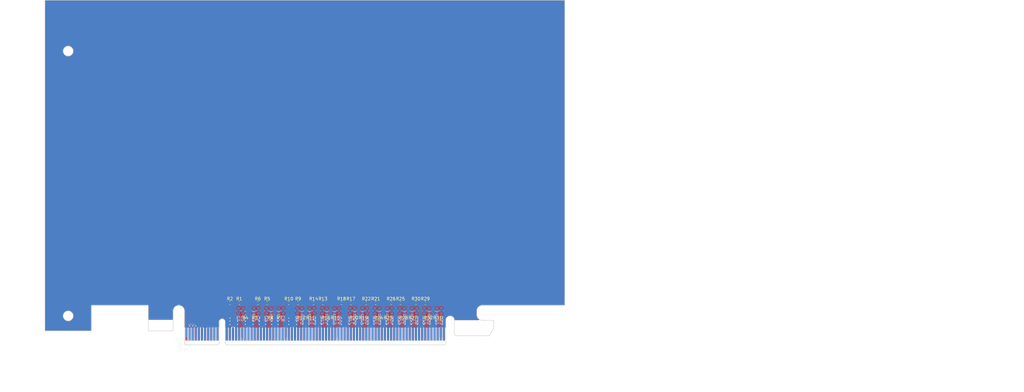
<source format=kicad_pcb>
(kicad_pcb (version 20171130) (host pcbnew 5.1.3-ffb9f22~84~ubuntu16.04.1)
  (title_block (title PCIexpress_x16_full) (company "Author: Luca Anastasio"))
  (layers (0 F.Cu power) (1 In1.Cu power) (2 In2.Cu power) (31 B.Cu power) (34 B.Paste user) (35 F.Paste user) (36 B.SilkS user) (37 F.SilkS user) (38 B.Mask user) (39 F.Mask user) (44 Edge.Cuts user))
  (net 0 "")
  (net 1 GND)
  (net 2 "Net-(J2-PadA50)")
  (net 3 "Net-(J2-PadB82)")
  (net 4 "Net-(J2-PadA33)")
  (net 5 "Net-(J2-PadA32)")
  (net 6 "Net-(J2-PadA19)")
  (net 7 +12V)
  (net 8 +3V3)
  (net 9 +3.3VA)
  (net 10 "Net-(J2-PadB12)")
  (net 11 "Net-(J2-PadB30)")
  (net 12 /PER0_P)
  (net 13 /PER0_N)
  (net 14 /PER1_P)
  (net 15 /PER1_N)
  (net 16 /PER2_P)
  (net 17 /PER2_N)
  (net 18 /PER3_P)
  (net 19 /PER3_N)
  (net 20 /PER4_P)
  (net 21 /PER4_N)
  (net 22 /PER5_P)
  (net 23 /PER5_N)
  (net 24 /PER6_P)
  (net 25 /PER6_N)
  (net 26 /PER7_P)
  (net 27 /PER7_N)
  (net 28 /PER8_P)
  (net 29 /PER8_N)
  (net 30 /PER9_P)
  (net 31 /PER9_N)
  (net 32 /PER10_P)
  (net 33 /PER10_N)
  (net 34 /PER11_P)
  (net 35 /PER11_N)
  (net 36 /PER12_P)
  (net 37 /PER12_N)
  (net 38 /PER13_P)
  (net 39 /PER13_N)
  (net 40 /PER14_P)
  (net 41 /PER14_N)
  (net 42 /PER15_P)
  (net 43 /PER15_N)
  (net 44 /~PRSNT2x16)
  (net 45 /PET15_N)
  (net 46 /PET15_P)
  (net 47 /PET14_N)
  (net 48 /PET14_P)
  (net 49 /PET13_N)
  (net 50 /PET13_P)
  (net 51 /PET12_N)
  (net 52 /PET12_P)
  (net 53 /PET11_N)
  (net 54 /PET11_P)
  (net 55 /PET10_N)
  (net 56 /PET10_P)
  (net 57 /PET9_N)
  (net 58 /PET9_P)
  (net 59 /PET8_N)
  (net 60 /PET8_P)
  (net 61 /~PRSNT2x8)
  (net 62 /PET7_N)
  (net 63 /PET7_P)
  (net 64 /PET6_N)
  (net 65 /PET6_P)
  (net 66 /PET5_N)
  (net 67 /PET5_P)
  (net 68 /PET4_N)
  (net 69 /PET4_P)
  (net 70 /~PRSNT2x4)
  (net 71 /PET3_N)
  (net 72 /PET3_P)
  (net 73 /PET2_N)
  (net 74 /PET2_P)
  (net 75 /PET1_N)
  (net 76 /PET1_P)
  (net 77 /SMCLK)
  (net 78 /SMDAT)
  (net 79 /~TRST)
  (net 80 /~WAKE)
  (net 81 /PET0_P)
  (net 82 /PET0_N)
  (net 83 /~PRSNT2x1)
  (net 84 /~PRSNT1)
  (net 85 /TCK)
  (net 86 /TDI)
  (net 87 /TDO)
  (net 88 /TMS)
  (net 89 /~PERST)
  (net 90 /REFCLK-)
  (net 91 /REFCLK+)
  (net 92 /PCIexpress_connector/_PER0_P)
  (net 93 /PCIexpress_connector/_PER0_N)
  (net 94 /PCIexpress_connector/_PER1_P)
  (net 95 /PCIexpress_connector/_PER1_N)
  (net 96 /PCIexpress_connector/_PER2_P)
  (net 97 /PCIexpress_connector/_PER2_N)
  (net 98 /PCIexpress_connector/_PER3_P)
  (net 99 /PCIexpress_connector/_PER3_N)
  (net 100 /PCIexpress_connector/_PER4_P)
  (net 101 /PCIexpress_connector/_PER4_N)
  (net 102 /PCIexpress_connector/_PER5_P)
  (net 103 /PCIexpress_connector/_PER5_N)
  (net 104 /PCIexpress_connector/_PER6_P)
  (net 105 /PCIexpress_connector/_PER6_N)
  (net 106 /PCIexpress_connector/_PER7_P)
  (net 107 /PCIexpress_connector/_PER7_N)
  (net 108 /PCIexpress_connector/_PER8_P)
  (net 109 /PCIexpress_connector/_PER8_N)
  (net 110 /PCIexpress_connector/_PER9_P)
  (net 111 /PCIexpress_connector/_PER9_N)
  (net 112 /PCIexpress_connector/_PER10_P)
  (net 113 /PCIexpress_connector/_PER10_N)
  (net 114 /PCIexpress_connector/_PER11_P)
  (net 115 /PCIexpress_connector/_PER11_N)
  (net 116 /PCIexpress_connector/_PER12_P)
  (net 117 /PCIexpress_connector/_PER12_N)
  (net 118 /PCIexpress_connector/_PER13_P)
  (net 119 /PCIexpress_connector/_PER13_N)
  (net 120 /PCIexpress_connector/_PER14_P)
  (net 121 /PCIexpress_connector/_PER14_N)
  (net 122 /PCIexpress_connector/_PER15_P)
  (net 123 /PCIexpress_connector/_PER15_N)
  (module PCIexpress:PCIexpress_x16 (layer F.Cu) (at 109.625 194.125)
    (fp_text reference J2 hide)
    (fp_text value PCIexpress_x16)
    (pad A82 connect rect (at 83.5 -3.5) (size 0.7 4.2) (layers B.Cu) (net 1 GND))
    (pad A81 connect rect (at 82.5 -3.5) (size 0.7 4.2) (layers B.Cu) (net 123 /PCIexpress_connector/_PER15_N))
    (pad A80 connect rect (at 81.5 -3.5) (size 0.7 4.2) (layers B.Cu) (net 122 /PCIexpress_connector/_PER15_P))
    (pad A79 connect rect (at 80.5 -3.5) (size 0.7 4.2) (layers B.Cu) (net 1 GND))
    (pad A78 connect rect (at 79.5 -3.5) (size 0.7 4.2) (layers B.Cu) (net 1 GND))
    (pad A77 connect rect (at 78.5 -3.5) (size 0.7 4.2) (layers B.Cu) (net 121 /PCIexpress_connector/_PER14_N))
    (pad A76 connect rect (at 77.5 -3.5) (size 0.7 4.2) (layers B.Cu) (net 120 /PCIexpress_connector/_PER14_P))
    (pad A75 connect rect (at 76.5 -3.5) (size 0.7 4.2) (layers B.Cu) (net 1 GND))
    (pad A74 connect rect (at 75.5 -3.5) (size 0.7 4.2) (layers B.Cu) (net 1 GND))
    (pad A73 connect rect (at 74.5 -3.5) (size 0.7 4.2) (layers B.Cu) (net 119 /PCIexpress_connector/_PER13_N))
    (pad A72 connect rect (at 73.5 -3.5) (size 0.7 4.2) (layers B.Cu) (net 118 /PCIexpress_connector/_PER13_P))
    (pad A71 connect rect (at 72.5 -3.5) (size 0.7 4.2) (layers B.Cu) (net 1 GND))
    (pad A70 connect rect (at 71.5 -3.5) (size 0.7 4.2) (layers B.Cu) (net 1 GND))
    (pad A69 connect rect (at 70.5 -3.5) (size 0.7 4.2) (layers B.Cu) (net 117 /PCIexpress_connector/_PER12_N))
    (pad A68 connect rect (at 69.5 -3.5) (size 0.7 4.2) (layers B.Cu) (net 116 /PCIexpress_connector/_PER12_P))
    (pad A67 connect rect (at 68.5 -3.5) (size 0.7 4.2) (layers B.Cu) (net 1 GND))
    (pad A66 connect rect (at 67.5 -3.5) (size 0.7 4.2) (layers B.Cu) (net 1 GND))
    (pad A65 connect rect (at 66.5 -3.5) (size 0.7 4.2) (layers B.Cu) (net 115 /PCIexpress_connector/_PER11_N))
    (pad A64 connect rect (at 65.5 -3.5) (size 0.7 4.2) (layers B.Cu) (net 114 /PCIexpress_connector/_PER11_P))
    (pad A63 connect rect (at 64.5 -3.5) (size 0.7 4.2) (layers B.Cu) (net 1 GND))
    (pad A62 connect rect (at 63.5 -3.5) (size 0.7 4.2) (layers B.Cu) (net 1 GND))
    (pad A61 connect rect (at 62.5 -3.5) (size 0.7 4.2) (layers B.Cu) (net 113 /PCIexpress_connector/_PER10_N))
    (pad A60 connect rect (at 61.5 -3.5) (size 0.7 4.2) (layers B.Cu) (net 112 /PCIexpress_connector/_PER10_P))
    (pad A59 connect rect (at 60.5 -3.5) (size 0.7 4.2) (layers B.Cu) (net 1 GND))
    (pad A58 connect rect (at 59.5 -3.5) (size 0.7 4.2) (layers B.Cu) (net 1 GND))
    (pad A57 connect rect (at 58.5 -3.5) (size 0.7 4.2) (layers B.Cu) (net 111 /PCIexpress_connector/_PER9_N))
    (pad A56 connect rect (at 57.5 -3.5) (size 0.7 4.2) (layers B.Cu) (net 110 /PCIexpress_connector/_PER9_P))
    (pad A55 connect rect (at 56.5 -3.5) (size 0.7 4.2) (layers B.Cu) (net 1 GND))
    (pad A54 connect rect (at 55.5 -3.5) (size 0.7 4.2) (layers B.Cu) (net 1 GND))
    (pad A53 connect rect (at 54.5 -3.5) (size 0.7 4.2) (layers B.Cu) (net 109 /PCIexpress_connector/_PER8_N))
    (pad A52 connect rect (at 53.5 -3.5) (size 0.7 4.2) (layers B.Cu) (net 108 /PCIexpress_connector/_PER8_P))
    (pad A51 connect rect (at 52.5 -3.5) (size 0.7 4.2) (layers B.Cu) (net 1 GND))
    (pad A50 connect rect (at 51.5 -3.5) (size 0.7 4.2) (layers B.Cu) (net 2 "Net-(J2-PadA50)"))
    (pad B82 connect rect (at 83.5 -3.5) (size 0.7 4.2) (layers F.Cu) (net 3 "Net-(J2-PadB82)"))
    (pad B81 connect rect (at 82.5 -4) (size 0.7 3.2) (layers F.Cu) (net 44 /~PRSNT2x16))
    (pad B80 connect rect (at 81.5 -3.5) (size 0.7 4.2) (layers F.Cu) (net 1 GND))
    (pad B79 connect rect (at 80.5 -3.5) (size 0.7 4.2) (layers F.Cu) (net 45 /PET15_N))
    (pad B78 connect rect (at 79.5 -3.5) (size 0.7 4.2) (layers F.Cu) (net 46 /PET15_P))
    (pad B77 connect rect (at 78.5 -3.5) (size 0.7 4.2) (layers F.Cu) (net 1 GND))
    (pad B76 connect rect (at 77.5 -3.5) (size 0.7 4.2) (layers F.Cu) (net 1 GND))
    (pad B75 connect rect (at 76.5 -3.5) (size 0.7 4.2) (layers F.Cu) (net 47 /PET14_N))
    (pad B74 connect rect (at 75.5 -3.5) (size 0.7 4.2) (layers F.Cu) (net 48 /PET14_P))
    (pad B73 connect rect (at 74.5 -3.5) (size 0.7 4.2) (layers F.Cu) (net 1 GND))
    (pad B72 connect rect (at 73.5 -3.5) (size 0.7 4.2) (layers F.Cu) (net 1 GND))
    (pad B71 connect rect (at 72.5 -3.5) (size 0.7 4.2) (layers F.Cu) (net 49 /PET13_N))
    (pad B70 connect rect (at 71.5 -3.5) (size 0.7 4.2) (layers F.Cu) (net 50 /PET13_P))
    (pad B69 connect rect (at 70.5 -3.5) (size 0.7 4.2) (layers F.Cu) (net 1 GND))
    (pad B68 connect rect (at 69.5 -3.5) (size 0.7 4.2) (layers F.Cu) (net 1 GND))
    (pad B67 connect rect (at 68.5 -3.5) (size 0.7 4.2) (layers F.Cu) (net 51 /PET12_N))
    (pad B66 connect rect (at 67.5 -3.5) (size 0.7 4.2) (layers F.Cu) (net 52 /PET12_P))
    (pad B65 connect rect (at 66.5 -3.5) (size 0.7 4.2) (layers F.Cu) (net 1 GND))
    (pad B64 connect rect (at 65.5 -3.5) (size 0.7 4.2) (layers F.Cu) (net 1 GND))
    (pad B63 connect rect (at 64.5 -3.5) (size 0.7 4.2) (layers F.Cu) (net 53 /PET11_N))
    (pad B62 connect rect (at 63.5 -3.5) (size 0.7 4.2) (layers F.Cu) (net 54 /PET11_P))
    (pad B61 connect rect (at 62.5 -3.5) (size 0.7 4.2) (layers F.Cu) (net 1 GND))
    (pad B60 connect rect (at 61.5 -3.5) (size 0.7 4.2) (layers F.Cu) (net 1 GND))
    (pad B59 connect rect (at 60.5 -3.5) (size 0.7 4.2) (layers F.Cu) (net 55 /PET10_N))
    (pad B58 connect rect (at 59.5 -3.5) (size 0.7 4.2) (layers F.Cu) (net 56 /PET10_P))
    (pad B57 connect rect (at 58.5 -3.5) (size 0.7 4.2) (layers F.Cu) (net 1 GND))
    (pad B56 connect rect (at 57.5 -3.5) (size 0.7 4.2) (layers F.Cu) (net 1 GND))
    (pad B55 connect rect (at 56.5 -3.5) (size 0.7 4.2) (layers F.Cu) (net 57 /PET9_N))
    (pad B54 connect rect (at 55.5 -3.5) (size 0.7 4.2) (layers F.Cu) (net 58 /PET9_P))
    (pad B53 connect rect (at 54.5 -3.5) (size 0.7 4.2) (layers F.Cu) (net 1 GND))
    (pad B52 connect rect (at 53.5 -3.5) (size 0.7 4.2) (layers F.Cu) (net 1 GND))
    (pad B51 connect rect (at 52.5 -3.5) (size 0.7 4.2) (layers F.Cu) (net 59 /PET8_N))
    (pad B50 connect rect (at 51.5 -3.5) (size 0.7 4.2) (layers F.Cu) (net 60 /PET8_P))
    (pad B49 connect rect (at 50.5 -3.5) (size 0.7 4.2) (layers F.Cu) (net 1 GND))
    (pad B48 connect rect (at 49.5 -4) (size 0.7 3.2) (layers F.Cu) (net 61 /~PRSNT2x8))
    (pad B47 connect rect (at 48.5 -3.5) (size 0.7 4.2) (layers F.Cu) (net 1 GND))
    (pad B46 connect rect (at 47.5 -3.5) (size 0.7 4.2) (layers F.Cu) (net 62 /PET7_N))
    (pad B45 connect rect (at 46.5 -3.5) (size 0.7 4.2) (layers F.Cu) (net 63 /PET7_P))
    (pad B44 connect rect (at 45.5 -3.5) (size 0.7 4.2) (layers F.Cu) (net 1 GND))
    (pad B43 connect rect (at 44.5 -3.5) (size 0.7 4.2) (layers F.Cu) (net 1 GND))
    (pad B42 connect rect (at 43.5 -3.5) (size 0.7 4.2) (layers F.Cu) (net 64 /PET6_N))
    (pad B41 connect rect (at 42.5 -3.5) (size 0.7 4.2) (layers F.Cu) (net 65 /PET6_P))
    (pad B40 connect rect (at 41.5 -3.5) (size 0.7 4.2) (layers F.Cu) (net 1 GND))
    (pad B39 connect rect (at 40.5 -3.5) (size 0.7 4.2) (layers F.Cu) (net 1 GND))
    (pad B38 connect rect (at 39.5 -3.5) (size 0.7 4.2) (layers F.Cu) (net 66 /PET5_N))
    (pad B37 connect rect (at 38.5 -3.5) (size 0.7 4.2) (layers F.Cu) (net 67 /PET5_P))
    (pad B36 connect rect (at 37.5 -3.5) (size 0.7 4.2) (layers F.Cu) (net 1 GND))
    (pad B35 connect rect (at 36.5 -3.5) (size 0.7 4.2) (layers F.Cu) (net 1 GND))
    (pad B34 connect rect (at 35.5 -3.5) (size 0.7 4.2) (layers F.Cu) (net 68 /PET4_N))
    (pad B33 connect rect (at 34.5 -3.5) (size 0.7 4.2) (layers F.Cu) (net 69 /PET4_P))
    (pad A49 connect rect (at 50.5 -3.5) (size 0.7 4.2) (layers B.Cu) (net 1 GND))
    (pad A48 connect rect (at 49.5 -3.5) (size 0.7 4.2) (layers B.Cu) (net 107 /PCIexpress_connector/_PER7_N))
    (pad A47 connect rect (at 48.5 -3.5) (size 0.7 4.2) (layers B.Cu) (net 106 /PCIexpress_connector/_PER7_P))
    (pad A46 connect rect (at 47.5 -3.5) (size 0.7 4.2) (layers B.Cu) (net 1 GND))
    (pad A45 connect rect (at 46.5 -3.5) (size 0.7 4.2) (layers B.Cu) (net 1 GND))
    (pad A44 connect rect (at 45.5 -3.5) (size 0.7 4.2) (layers B.Cu) (net 105 /PCIexpress_connector/_PER6_N))
    (pad A43 connect rect (at 44.5 -3.5) (size 0.7 4.2) (layers B.Cu) (net 104 /PCIexpress_connector/_PER6_P))
    (pad A42 connect rect (at 43.5 -3.5) (size 0.7 4.2) (layers B.Cu) (net 1 GND))
    (pad A41 connect rect (at 42.5 -3.5) (size 0.7 4.2) (layers B.Cu) (net 1 GND))
    (pad A40 connect rect (at 41.5 -3.5) (size 0.7 4.2) (layers B.Cu) (net 103 /PCIexpress_connector/_PER5_N))
    (pad A39 connect rect (at 40.5 -3.5) (size 0.7 4.2) (layers B.Cu) (net 102 /PCIexpress_connector/_PER5_P))
    (pad A38 connect rect (at 39.5 -3.5) (size 0.7 4.2) (layers B.Cu) (net 1 GND))
    (pad A37 connect rect (at 38.5 -3.5) (size 0.7 4.2) (layers B.Cu) (net 1 GND))
    (pad A36 connect rect (at 37.5 -3.5) (size 0.7 4.2) (layers B.Cu) (net 101 /PCIexpress_connector/_PER4_N))
    (pad A35 connect rect (at 36.5 -3.5) (size 0.7 4.2) (layers B.Cu) (net 100 /PCIexpress_connector/_PER4_P))
    (pad A34 connect rect (at 35.5 -3.5) (size 0.7 4.2) (layers B.Cu) (net 1 GND))
    (pad A33 connect rect (at 34.5 -3.5) (size 0.7 4.2) (layers B.Cu) (net 4 "Net-(J2-PadA33)"))
    (pad A32 connect rect (at 33.5 -3.5) (size 0.7 4.2) (layers B.Cu) (net 5 "Net-(J2-PadA32)"))
    (pad A31 connect rect (at 32.5 -3.5) (size 0.7 4.2) (layers B.Cu) (net 1 GND))
    (pad A30 connect rect (at 31.5 -3.5) (size 0.7 4.2) (layers B.Cu) (net 99 /PCIexpress_connector/_PER3_N))
    (pad A29 connect rect (at 30.5 -3.5) (size 0.7 4.2) (layers B.Cu) (net 98 /PCIexpress_connector/_PER3_P))
    (pad A28 connect rect (at 29.5 -3.5) (size 0.7 4.2) (layers B.Cu) (net 1 GND))
    (pad A27 connect rect (at 28.5 -3.5) (size 0.7 4.2) (layers B.Cu) (net 1 GND))
    (pad A26 connect rect (at 27.5 -3.5) (size 0.7 4.2) (layers B.Cu) (net 97 /PCIexpress_connector/_PER2_N))
    (pad A25 connect rect (at 26.5 -3.5) (size 0.7 4.2) (layers B.Cu) (net 96 /PCIexpress_connector/_PER2_P))
    (pad A24 connect rect (at 25.5 -3.5) (size 0.7 4.2) (layers B.Cu) (net 1 GND))
    (pad A23 connect rect (at 24.5 -3.5) (size 0.7 4.2) (layers B.Cu) (net 1 GND))
    (pad A22 connect rect (at 23.5 -3.5) (size 0.7 4.2) (layers B.Cu) (net 95 /PCIexpress_connector/_PER1_N))
    (pad A21 connect rect (at 22.5 -3.5) (size 0.7 4.2) (layers B.Cu) (net 94 /PCIexpress_connector/_PER1_P))
    (pad A20 connect rect (at 21.5 -3.5) (size 0.7 4.2) (layers B.Cu) (net 1 GND))
    (pad B32 connect rect (at 33.5 -3.5) (size 0.7 4.2) (layers F.Cu) (net 1 GND))
    (pad B31 connect rect (at 32.5 -4) (size 0.7 3.2) (layers F.Cu) (net 70 /~PRSNT2x4))
    (pad B30 connect rect (at 31.5 -3.5) (size 0.7 4.2) (layers F.Cu) (net 11 "Net-(J2-PadB30)"))
    (pad B29 connect rect (at 30.5 -3.5) (size 0.7 4.2) (layers F.Cu) (net 1 GND))
    (pad B28 connect rect (at 29.5 -3.5) (size 0.7 4.2) (layers F.Cu) (net 71 /PET3_N))
    (pad B27 connect rect (at 28.5 -3.5) (size 0.7 4.2) (layers F.Cu) (net 72 /PET3_P))
    (pad B26 connect rect (at 27.5 -3.5) (size 0.7 4.2) (layers F.Cu) (net 1 GND))
    (pad B25 connect rect (at 26.5 -3.5) (size 0.7 4.2) (layers F.Cu) (net 1 GND))
    (pad B24 connect rect (at 25.5 -3.5) (size 0.7 4.2) (layers F.Cu) (net 73 /PET2_N))
    (pad B23 connect rect (at 24.5 -3.5) (size 0.7 4.2) (layers F.Cu) (net 74 /PET2_P))
    (pad B22 connect rect (at 23.5 -3.5) (size 0.7 4.2) (layers F.Cu) (net 1 GND))
    (pad B21 connect rect (at 22.5 -3.5) (size 0.7 4.2) (layers F.Cu) (net 1 GND))
    (pad B20 connect rect (at 21.5 -3.5) (size 0.7 4.2) (layers F.Cu) (net 75 /PET1_N))
    (pad A19 connect rect (at 20.5 -3.5) (size 0.7 4.2) (layers B.Cu) (net 6 "Net-(J2-PadA19)"))
    (pad B19 connect rect (at 20.5 -3.5) (size 0.7 4.2) (layers F.Cu) (net 76 /PET1_P))
    (pad B1 connect rect (at 0.5 -3.5) (size 0.7 4.2) (layers F.Cu) (net 7 +12V))
    (pad B2 connect rect (at 1.5 -3.5) (size 0.7 4.2) (layers F.Cu) (net 7 +12V))
    (pad B3 connect rect (at 2.5 -3.5) (size 0.7 4.2) (layers F.Cu) (net 7 +12V))
    (pad B4 connect rect (at 3.5 -3.5) (size 0.7 4.2) (layers F.Cu) (net 1 GND))
    (pad B5 connect rect (at 4.5 -3.5) (size 0.7 4.2) (layers F.Cu) (net 77 /SMCLK))
    (pad B6 connect rect (at 5.5 -3.5) (size 0.7 4.2) (layers F.Cu) (net 78 /SMDAT))
    (pad B7 connect rect (at 6.5 -3.5) (size 0.7 4.2) (layers F.Cu) (net 1 GND))
    (pad B8 connect rect (at 7.5 -3.5) (size 0.7 4.2) (layers F.Cu) (net 8 +3V3))
    (pad B9 connect rect (at 8.5 -3.5) (size 0.7 4.2) (layers F.Cu) (net 79 /~TRST))
    (pad B10 connect rect (at 9.5 -3.5) (size 0.7 4.2) (layers F.Cu) (net 9 +3.3VA))
    (pad B11 connect rect (at 10.5 -3.5) (size 0.7 4.2) (layers F.Cu) (net 80 /~WAKE))
    (pad B14 connect rect (at 15.5 -3.5) (size 0.7 4.2) (layers F.Cu) (net 81 /PET0_P))
    (pad B15 connect rect (at 16.5 -3.5) (size 0.7 4.2) (layers F.Cu) (net 82 /PET0_N))
    (pad B16 connect rect (at 17.5 -3.5) (size 0.7 4.2) (layers F.Cu) (net 1 GND))
    (pad B17 connect rect (at 18.5 -4) (size 0.7 3.2) (layers F.Cu) (net 83 /~PRSNT2x1))
    (pad B18 connect rect (at 19.5 -3.5) (size 0.7 4.2) (layers F.Cu) (net 1 GND))
    (pad B12 connect rect (at 13.5 -3.5) (size 0.7 4.2) (layers F.Cu) (net 10 "Net-(J2-PadB12)"))
    (pad B13 connect rect (at 14.5 -3.5) (size 0.7 4.2) (layers F.Cu) (net 1 GND))
    (pad A1 connect rect (at 0.5 -4) (size 0.7 3.2) (layers B.Cu) (net 84 /~PRSNT1))
    (pad A2 connect rect (at 1.5 -3.5) (size 0.7 4.2) (layers B.Cu) (net 7 +12V))
    (pad A3 connect rect (at 2.5 -3.5) (size 0.7 4.2) (layers B.Cu) (net 7 +12V))
    (pad A4 connect rect (at 3.5 -3.5) (size 0.7 4.2) (layers B.Cu) (net 1 GND))
    (pad A5 connect rect (at 4.5 -3.5) (size 0.7 4.2) (layers B.Cu) (net 85 /TCK))
    (pad A6 connect rect (at 5.5 -3.5) (size 0.7 4.2) (layers B.Cu) (net 86 /TDI))
    (pad A7 connect rect (at 6.5 -3.5) (size 0.7 4.2) (layers B.Cu) (net 87 /TDO))
    (pad A8 connect rect (at 7.5 -3.5) (size 0.7 4.2) (layers B.Cu) (net 88 /TMS))
    (pad A9 connect rect (at 8.5 -3.5) (size 0.7 4.2) (layers B.Cu) (net 8 +3V3))
    (pad A10 connect rect (at 9.5 -3.5) (size 0.7 4.2) (layers B.Cu) (net 8 +3V3))
    (pad A11 connect rect (at 10.5 -3.5) (size 0.7 4.2) (layers B.Cu) (net 89 /~PERST))
    (pad A14 connect rect (at 15.5 -3.5) (size 0.7 4.2) (layers B.Cu) (net 90 /REFCLK-))
    (pad A15 connect rect (at 16.5 -3.5) (size 0.7 4.2) (layers B.Cu) (net 1 GND))
    (pad A16 connect rect (at 17.5 -3.5) (size 0.7 4.2) (layers B.Cu) (net 92 /PCIexpress_connector/_PER0_P))
    (pad A17 connect rect (at 18.5 -3.5) (size 0.7 4.2) (layers B.Cu) (net 93 /PCIexpress_connector/_PER0_N))
    (pad A18 connect rect (at 19.5 -3.5) (size 0.7 4.2) (layers B.Cu) (net 1 GND))
    (pad A12 connect rect (at 13.5 -3.5) (size 0.7 4.2) (layers B.Cu) (net 1 GND))
    (pad A13 connect rect (at 14.5 -3.5) (size 0.7 4.2) (layers B.Cu) (net 91 /REFCLK+))
  )
  (module Resistor_SMD:R_0603_1608Metric (layer F.Cu) (at 188.125 183.875 180)
    (fp_text reference R32 (at 0 -1.5) (layer F.SilkS))
    (fp_text value 49.9)
    (pad 2 smd roundrect (at 0.7875 0 180) (size 0.875 0.95) (layers F.Cu F.Paste F.Mask) (net 1 GND))
    (pad 1 smd roundrect (at -0.7875 0 180) (size 0.875 0.95) (layers F.Cu F.Paste F.Mask) (net 46 /PET15_P))
  )
  (module Resistor_SMD:R_0603_1608Metric (layer F.Cu) (at 191.125 183.875)
    (fp_text reference R31 (at 0 1.5) (layer F.SilkS))
    (fp_text value 49.9)
    (pad 2 smd roundrect (at 0.7875 0) (size 0.875 0.95) (layers F.Cu F.Paste F.Mask) (net 1 GND))
    (pad 1 smd roundrect (at -0.7875 0) (size 0.875 0.95) (layers F.Cu F.Paste F.Mask) (net 45 /PET15_N))
  )
  (module Resistor_SMD:R_0603_1608Metric (layer F.Cu) (at 184.125 180.625 180)
    (fp_text reference R30 (at 0 1.375) (layer F.SilkS))
    (fp_text value 49.9)
    (pad 2 smd roundrect (at 0.7875 0 180) (size 0.875 0.95) (layers F.Cu F.Paste F.Mask) (net 1 GND))
    (pad 1 smd roundrect (at -0.7875 0 180) (size 0.875 0.95) (layers F.Cu F.Paste F.Mask) (net 48 /PET14_P))
  )
  (module Resistor_SMD:R_0603_1608Metric (layer F.Cu) (at 187.125 180.625)
    (fp_text reference R29 (at 0 -1.375) (layer F.SilkS))
    (fp_text value 49.9)
    (pad 2 smd roundrect (at 0.7875 0) (size 0.875 0.95) (layers F.Cu F.Paste F.Mask) (net 1 GND))
    (pad 1 smd roundrect (at -0.7875 0) (size 0.875 0.95) (layers F.Cu F.Paste F.Mask) (net 47 /PET14_N))
  )
  (module Resistor_SMD:R_0603_1608Metric (layer F.Cu) (at 180.125 183.875 180)
    (fp_text reference R28 (at 0 -1.5) (layer F.SilkS))
    (fp_text value 49.9)
    (pad 2 smd roundrect (at 0.7875 0 180) (size 0.875 0.95) (layers F.Cu F.Paste F.Mask) (net 1 GND))
    (pad 1 smd roundrect (at -0.7875 0 180) (size 0.875 0.95) (layers F.Cu F.Paste F.Mask) (net 50 /PET13_P))
  )
  (module Resistor_SMD:R_0603_1608Metric (layer F.Cu) (at 183.125 183.875)
    (fp_text reference R27 (at 0 1.5) (layer F.SilkS))
    (fp_text value 49.9)
    (pad 2 smd roundrect (at 0.7875 0) (size 0.875 0.95) (layers F.Cu F.Paste F.Mask) (net 1 GND))
    (pad 1 smd roundrect (at -0.7875 0) (size 0.875 0.95) (layers F.Cu F.Paste F.Mask) (net 49 /PET13_N))
  )
  (module Resistor_SMD:R_0603_1608Metric (layer F.Cu) (at 176.125 180.625 180)
    (fp_text reference R26 (at 0 1.375) (layer F.SilkS))
    (fp_text value 49.9)
    (pad 2 smd roundrect (at 0.7875 0 180) (size 0.875 0.95) (layers F.Cu F.Paste F.Mask) (net 1 GND))
    (pad 1 smd roundrect (at -0.7875 0 180) (size 0.875 0.95) (layers F.Cu F.Paste F.Mask) (net 52 /PET12_P))
  )
  (module Resistor_SMD:R_0603_1608Metric (layer F.Cu) (at 179.135 180.625)
    (fp_text reference R25 (at -0.01 -1.375) (layer F.SilkS))
    (fp_text value 49.9)
    (pad 2 smd roundrect (at 0.7875 0) (size 0.875 0.95) (layers F.Cu F.Paste F.Mask) (net 1 GND))
    (pad 1 smd roundrect (at -0.7875 0) (size 0.875 0.95) (layers F.Cu F.Paste F.Mask) (net 51 /PET12_N))
  )
  (module Resistor_SMD:R_0603_1608Metric (layer F.Cu) (at 172.125 183.875 180)
    (fp_text reference R24 (at 0 -1.5) (layer F.SilkS))
    (fp_text value 49.9)
    (pad 2 smd roundrect (at 0.7875 0 180) (size 0.875 0.95) (layers F.Cu F.Paste F.Mask) (net 1 GND))
    (pad 1 smd roundrect (at -0.7875 0 180) (size 0.875 0.95) (layers F.Cu F.Paste F.Mask) (net 54 /PET11_P))
  )
  (module Resistor_SMD:R_0603_1608Metric (layer F.Cu) (at 175.125 183.875)
    (fp_text reference R23 (at 0 1.5) (layer F.SilkS))
    (fp_text value 49.9)
    (pad 2 smd roundrect (at 0.7875 0) (size 0.875 0.95) (layers F.Cu F.Paste F.Mask) (net 1 GND))
    (pad 1 smd roundrect (at -0.7875 0) (size 0.875 0.95) (layers F.Cu F.Paste F.Mask) (net 53 /PET11_N))
  )
  (module Resistor_SMD:R_0603_1608Metric (layer F.Cu) (at 168.125 180.625 180)
    (fp_text reference R22 (at 0 1.375) (layer F.SilkS))
    (fp_text value 49.9)
    (pad 2 smd roundrect (at 0.7875 0 180) (size 0.875 0.95) (layers F.Cu F.Paste F.Mask) (net 1 GND))
    (pad 1 smd roundrect (at -0.7875 0 180) (size 0.875 0.95) (layers F.Cu F.Paste F.Mask) (net 56 /PET10_P))
  )
  (module Resistor_SMD:R_0603_1608Metric (layer F.Cu) (at 171.125 180.625)
    (fp_text reference R21 (at 0 -1.375) (layer F.SilkS))
    (fp_text value 49.9)
    (pad 2 smd roundrect (at 0.7875 0) (size 0.875 0.95) (layers F.Cu F.Paste F.Mask) (net 1 GND))
    (pad 1 smd roundrect (at -0.7875 0) (size 0.875 0.95) (layers F.Cu F.Paste F.Mask) (net 55 /PET10_N))
  )
  (module Resistor_SMD:R_0603_1608Metric (layer F.Cu) (at 164.125 183.875 180)
    (fp_text reference R20 (at 0 -1.5) (layer F.SilkS))
    (fp_text value 49.9)
    (pad 2 smd roundrect (at 0.7875 0 180) (size 0.875 0.95) (layers F.Cu F.Paste F.Mask) (net 1 GND))
    (pad 1 smd roundrect (at -0.7875 0 180) (size 0.875 0.95) (layers F.Cu F.Paste F.Mask) (net 58 /PET9_P))
  )
  (module Resistor_SMD:R_0603_1608Metric (layer F.Cu) (at 167.125 183.875)
    (fp_text reference R19 (at 0 1.5) (layer F.SilkS))
    (fp_text value 49.9)
    (pad 2 smd roundrect (at 0.7875 0) (size 0.875 0.95) (layers F.Cu F.Paste F.Mask) (net 1 GND))
    (pad 1 smd roundrect (at -0.7875 0) (size 0.875 0.95) (layers F.Cu F.Paste F.Mask) (net 57 /PET9_N))
  )
  (module Resistor_SMD:R_0603_1608Metric (layer F.Cu) (at 160.125 180.625 180)
    (fp_text reference R18 (at 0 1.375) (layer F.SilkS))
    (fp_text value 49.9)
    (pad 2 smd roundrect (at 0.7875 0 180) (size 0.875 0.95) (layers F.Cu F.Paste F.Mask) (net 1 GND))
    (pad 1 smd roundrect (at -0.7875 0 180) (size 0.875 0.95) (layers F.Cu F.Paste F.Mask) (net 60 /PET8_P))
  )
  (module Resistor_SMD:R_0603_1608Metric (layer F.Cu) (at 163.125 180.625)
    (fp_text reference R17 (at 0 -1.375) (layer F.SilkS))
    (fp_text value 49.9)
    (pad 2 smd roundrect (at 0.7875 0) (size 0.875 0.95) (layers F.Cu F.Paste F.Mask) (net 1 GND))
    (pad 1 smd roundrect (at -0.7875 0) (size 0.875 0.95) (layers F.Cu F.Paste F.Mask) (net 59 /PET8_N))
  )
  (module Resistor_SMD:R_0603_1608Metric (layer F.Cu) (at 155.125 183.875 180)
    (fp_text reference R16 (at 0 -1.5) (layer F.SilkS))
    (fp_text value 49.9)
    (pad 2 smd roundrect (at 0.7875 0 180) (size 0.875 0.95) (layers F.Cu F.Paste F.Mask) (net 1 GND))
    (pad 1 smd roundrect (at -0.7875 0 180) (size 0.875 0.95) (layers F.Cu F.Paste F.Mask) (net 63 /PET7_P))
  )
  (module Resistor_SMD:R_0603_1608Metric (layer F.Cu) (at 158.125 183.875)
    (fp_text reference R15 (at 0 1.5) (layer F.SilkS))
    (fp_text value 49.9)
    (pad 2 smd roundrect (at 0.7875 0) (size 0.875 0.95) (layers F.Cu F.Paste F.Mask) (net 1 GND))
    (pad 1 smd roundrect (at -0.7875 0) (size 0.875 0.95) (layers F.Cu F.Paste F.Mask) (net 62 /PET7_N))
  )
  (module Resistor_SMD:R_0603_1608Metric (layer F.Cu) (at 151.125 180.625 180)
    (fp_text reference R14 (at 0 1.375) (layer F.SilkS))
    (fp_text value 49.9)
    (pad 2 smd roundrect (at 0.7875 0 180) (size 0.875 0.95) (layers F.Cu F.Paste F.Mask) (net 1 GND))
    (pad 1 smd roundrect (at -0.7875 0 180) (size 0.875 0.95) (layers F.Cu F.Paste F.Mask) (net 65 /PET6_P))
  )
  (module Resistor_SMD:R_0603_1608Metric (layer F.Cu) (at 154.125 180.625)
    (fp_text reference R13 (at 0 -1.375) (layer F.SilkS))
    (fp_text value 49.9)
    (pad 2 smd roundrect (at 0.7875 0) (size 0.875 0.95) (layers F.Cu F.Paste F.Mask) (net 1 GND))
    (pad 1 smd roundrect (at -0.7875 0) (size 0.875 0.95) (layers F.Cu F.Paste F.Mask) (net 64 /PET6_N))
  )
  (module Resistor_SMD:R_0603_1608Metric (layer F.Cu) (at 147.125 183.875 180)
    (fp_text reference R12 (at 0 -1.5) (layer F.SilkS))
    (fp_text value 49.9)
    (pad 2 smd roundrect (at 0.7875 0 180) (size 0.875 0.95) (layers F.Cu F.Paste F.Mask) (net 1 GND))
    (pad 1 smd roundrect (at -0.7875 0 180) (size 0.875 0.95) (layers F.Cu F.Paste F.Mask) (net 67 /PET5_P))
  )
  (module Resistor_SMD:R_0603_1608Metric (layer F.Cu) (at 150.125 183.875)
    (fp_text reference R11 (at 0 1.5) (layer F.SilkS))
    (fp_text value 49.9)
    (pad 2 smd roundrect (at 0.7875 0) (size 0.875 0.95) (layers F.Cu F.Paste F.Mask) (net 1 GND))
    (pad 1 smd roundrect (at -0.7875 0) (size 0.875 0.95) (layers F.Cu F.Paste F.Mask) (net 66 /PET5_N))
  )
  (module Resistor_SMD:R_0603_1608Metric (layer F.Cu) (at 143.125 180.625 180)
    (fp_text reference R10 (at 0 1.375) (layer F.SilkS))
    (fp_text value 49.9)
    (pad 2 smd roundrect (at 0.7875 0 180) (size 0.875 0.95) (layers F.Cu F.Paste F.Mask) (net 1 GND))
    (pad 1 smd roundrect (at -0.7875 0 180) (size 0.875 0.95) (layers F.Cu F.Paste F.Mask) (net 69 /PET4_P))
  )
  (module Resistor_SMD:R_0603_1608Metric (layer F.Cu) (at 146.125 180.625)
    (fp_text reference R9 (at 0 -1.375) (layer F.SilkS))
    (fp_text value 49.9)
    (pad 2 smd roundrect (at 0.7875 0) (size 0.875 0.95) (layers F.Cu F.Paste F.Mask) (net 1 GND))
    (pad 1 smd roundrect (at -0.7875 0) (size 0.875 0.95) (layers F.Cu F.Paste F.Mask) (net 68 /PET4_N))
  )
  (module Resistor_SMD:R_0603_1608Metric (layer F.Cu) (at 137.125 183.875 180)
    (fp_text reference R8 (at 0 -1.5) (layer F.SilkS))
    (fp_text value 49.9)
    (pad 2 smd roundrect (at 0.7875 0 180) (size 0.875 0.95) (layers F.Cu F.Paste F.Mask) (net 1 GND))
    (pad 1 smd roundrect (at -0.7875 0 180) (size 0.875 0.95) (layers F.Cu F.Paste F.Mask) (net 72 /PET3_P))
  )
  (module Resistor_SMD:R_0603_1608Metric (layer F.Cu) (at 140.125 183.875)
    (fp_text reference R7 (at 0 1.5) (layer F.SilkS))
    (fp_text value 49.9)
    (pad 2 smd roundrect (at 0.7875 0) (size 0.875 0.95) (layers F.Cu F.Paste F.Mask) (net 1 GND))
    (pad 1 smd roundrect (at -0.7875 0) (size 0.875 0.95) (layers F.Cu F.Paste F.Mask) (net 71 /PET3_N))
  )
  (module Resistor_SMD:R_0603_1608Metric (layer F.Cu) (at 133.125 180.625 180)
    (fp_text reference R6 (at 0 1.375) (layer F.SilkS))
    (fp_text value 49.9)
    (pad 2 smd roundrect (at 0.7875 0 180) (size 0.875 0.95) (layers F.Cu F.Paste F.Mask) (net 1 GND))
    (pad 1 smd roundrect (at -0.7875 0 180) (size 0.875 0.95) (layers F.Cu F.Paste F.Mask) (net 74 /PET2_P))
  )
  (module Resistor_SMD:R_0603_1608Metric (layer F.Cu) (at 136.125 180.625)
    (fp_text reference R5 (at 0 -1.375) (layer F.SilkS))
    (fp_text value 49.9)
    (pad 2 smd roundrect (at 0.7875 0) (size 0.875 0.95) (layers F.Cu F.Paste F.Mask) (net 1 GND))
    (pad 1 smd roundrect (at -0.7875 0) (size 0.875 0.95) (layers F.Cu F.Paste F.Mask) (net 73 /PET2_N))
  )
  (module Resistor_SMD:R_0603_1608Metric (layer F.Cu) (at 129.125 183.875 180)
    (fp_text reference R4 (at 0 -1.5) (layer F.SilkS))
    (fp_text value 49.9)
    (pad 2 smd roundrect (at 0.7875 0 180) (size 0.875 0.95) (layers F.Cu F.Paste F.Mask) (net 1 GND))
    (pad 1 smd roundrect (at -0.7875 0 180) (size 0.875 0.95) (layers F.Cu F.Paste F.Mask) (net 76 /PET1_P))
  )
  (module Resistor_SMD:R_0603_1608Metric (layer F.Cu) (at 132.125 183.875)
    (fp_text reference R3 (at 0 1.5) (layer F.SilkS))
    (fp_text value 49.9)
    (pad 2 smd roundrect (at 0.7875 0) (size 0.875 0.95) (layers F.Cu F.Paste F.Mask) (net 1 GND))
    (pad 1 smd roundrect (at -0.7875 0) (size 0.875 0.95) (layers F.Cu F.Paste F.Mask) (net 75 /PET1_N))
  )
  (module Capacitor_SMD:C_0603_1608Metric (layer B.Cu) (at 192.375 183.125 90)
    (fp_text reference C32 (at -3 0 90) (layer B.SilkS) (effects (justify mirror)))
    (fp_text value 100n)
    (pad 2 smd roundrect (at 0.7875 0 90) (size 0.875 0.95) (layers B.Cu B.Paste B.Mask) (net 43 /PER15_N))
    (pad 1 smd roundrect (at -0.7875 0 90) (size 0.875 0.95) (layers B.Cu B.Paste B.Mask) (net 123 /PCIexpress_connector/_PER15_N))
  )
  (module Capacitor_SMD:C_0603_1608Metric (layer B.Cu) (at 190.875 183.125 270)
    (fp_text reference C31 (at 3 0 90) (layer B.SilkS) (effects (justify mirror)))
    (fp_text value 100n)
    (pad 2 smd roundrect (at 0.7875 0 270) (size 0.875 0.95) (layers B.Cu B.Paste B.Mask) (net 122 /PCIexpress_connector/_PER15_P))
    (pad 1 smd roundrect (at -0.7875 0 270) (size 0.875 0.95) (layers B.Cu B.Paste B.Mask) (net 42 /PER15_P))
  )
  (module Capacitor_SMD:C_0603_1608Metric (layer B.Cu) (at 188.375 183.125 90)
    (fp_text reference C30 (at -3 0 90) (layer B.SilkS) (effects (justify mirror)))
    (fp_text value 100n)
    (pad 2 smd roundrect (at 0.7875 0 90) (size 0.875 0.95) (layers B.Cu B.Paste B.Mask) (net 41 /PER14_N))
    (pad 1 smd roundrect (at -0.7875 0 90) (size 0.875 0.95) (layers B.Cu B.Paste B.Mask) (net 121 /PCIexpress_connector/_PER14_N))
  )
  (module Capacitor_SMD:C_0603_1608Metric (layer B.Cu) (at 186.875 183.125 270)
    (fp_text reference C29 (at 3 0 90) (layer B.SilkS) (effects (justify mirror)))
    (fp_text value 100n)
    (pad 2 smd roundrect (at 0.7875 0 270) (size 0.875 0.95) (layers B.Cu B.Paste B.Mask) (net 120 /PCIexpress_connector/_PER14_P))
    (pad 1 smd roundrect (at -0.7875 0 270) (size 0.875 0.95) (layers B.Cu B.Paste B.Mask) (net 40 /PER14_P))
  )
  (module Capacitor_SMD:C_0603_1608Metric (layer B.Cu) (at 184.375 183.125 90)
    (fp_text reference C28 (at -3 0 90) (layer B.SilkS) (effects (justify mirror)))
    (fp_text value 100n)
    (pad 2 smd roundrect (at 0.7875 0 90) (size 0.875 0.95) (layers B.Cu B.Paste B.Mask) (net 39 /PER13_N))
    (pad 1 smd roundrect (at -0.7875 0 90) (size 0.875 0.95) (layers B.Cu B.Paste B.Mask) (net 119 /PCIexpress_connector/_PER13_N))
  )
  (module Capacitor_SMD:C_0603_1608Metric (layer B.Cu) (at 182.875 183.125 270)
    (fp_text reference C27 (at 3 0 90) (layer B.SilkS) (effects (justify mirror)))
    (fp_text value 100n)
    (pad 2 smd roundrect (at 0.7875 0 270) (size 0.875 0.95) (layers B.Cu B.Paste B.Mask) (net 118 /PCIexpress_connector/_PER13_P))
    (pad 1 smd roundrect (at -0.7875 0 270) (size 0.875 0.95) (layers B.Cu B.Paste B.Mask) (net 38 /PER13_P))
  )
  (module Capacitor_SMD:C_0603_1608Metric (layer B.Cu) (at 180.375 183.125 90)
    (fp_text reference C26 (at -3 0 90) (layer B.SilkS) (effects (justify mirror)))
    (fp_text value 100n)
    (pad 2 smd roundrect (at 0.7875 0 90) (size 0.875 0.95) (layers B.Cu B.Paste B.Mask) (net 37 /PER12_N))
    (pad 1 smd roundrect (at -0.7875 0 90) (size 0.875 0.95) (layers B.Cu B.Paste B.Mask) (net 117 /PCIexpress_connector/_PER12_N))
  )
  (module Capacitor_SMD:C_0603_1608Metric (layer B.Cu) (at 178.875 183.125 270)
    (fp_text reference C25 (at 3 0 90) (layer B.SilkS) (effects (justify mirror)))
    (fp_text value 100n)
    (pad 2 smd roundrect (at 0.7875 0 270) (size 0.875 0.95) (layers B.Cu B.Paste B.Mask) (net 116 /PCIexpress_connector/_PER12_P))
    (pad 1 smd roundrect (at -0.7875 0 270) (size 0.875 0.95) (layers B.Cu B.Paste B.Mask) (net 36 /PER12_P))
  )
  (module Capacitor_SMD:C_0603_1608Metric (layer B.Cu) (at 176.375 183.125 90)
    (fp_text reference C24 (at -3 0 90) (layer B.SilkS) (effects (justify mirror)))
    (fp_text value 100n)
    (pad 2 smd roundrect (at 0.7875 0 90) (size 0.875 0.95) (layers B.Cu B.Paste B.Mask) (net 35 /PER11_N))
    (pad 1 smd roundrect (at -0.7875 0 90) (size 0.875 0.95) (layers B.Cu B.Paste B.Mask) (net 115 /PCIexpress_connector/_PER11_N))
  )
  (module Capacitor_SMD:C_0603_1608Metric (layer B.Cu) (at 174.875 183.125 270)
    (fp_text reference C23 (at 3 0 90) (layer B.SilkS) (effects (justify mirror)))
    (fp_text value 100n)
    (pad 2 smd roundrect (at 0.7875 0 270) (size 0.875 0.95) (layers B.Cu B.Paste B.Mask) (net 114 /PCIexpress_connector/_PER11_P))
    (pad 1 smd roundrect (at -0.7875 0 270) (size 0.875 0.95) (layers B.Cu B.Paste B.Mask) (net 34 /PER11_P))
  )
  (module Capacitor_SMD:C_0603_1608Metric (layer B.Cu) (at 172.375 183.125 90)
    (fp_text reference C22 (at -3 0 90) (layer B.SilkS) (effects (justify mirror)))
    (fp_text value 100n)
    (pad 2 smd roundrect (at 0.7875 0 90) (size 0.875 0.95) (layers B.Cu B.Paste B.Mask) (net 33 /PER10_N))
    (pad 1 smd roundrect (at -0.7875 0 90) (size 0.875 0.95) (layers B.Cu B.Paste B.Mask) (net 113 /PCIexpress_connector/_PER10_N))
  )
  (module Capacitor_SMD:C_0603_1608Metric (layer B.Cu) (at 170.875 183.125 270)
    (fp_text reference C21 (at 3 0 90) (layer B.SilkS) (effects (justify mirror)))
    (fp_text value 100n)
    (pad 2 smd roundrect (at 0.7875 0 270) (size 0.875 0.95) (layers B.Cu B.Paste B.Mask) (net 112 /PCIexpress_connector/_PER10_P))
    (pad 1 smd roundrect (at -0.7875 0 270) (size 0.875 0.95) (layers B.Cu B.Paste B.Mask) (net 32 /PER10_P))
  )
  (module Capacitor_SMD:C_0603_1608Metric (layer B.Cu) (at 168.375 183.125 90)
    (fp_text reference C20 (at -3 0 90) (layer B.SilkS) (effects (justify mirror)))
    (fp_text value 100n)
    (pad 2 smd roundrect (at 0.7875 0 90) (size 0.875 0.95) (layers B.Cu B.Paste B.Mask) (net 31 /PER9_N))
    (pad 1 smd roundrect (at -0.7875 0 90) (size 0.875 0.95) (layers B.Cu B.Paste B.Mask) (net 111 /PCIexpress_connector/_PER9_N))
  )
  (module Capacitor_SMD:C_0603_1608Metric (layer B.Cu) (at 166.875 183.125 270)
    (fp_text reference C19 (at 3 0 90) (layer B.SilkS) (effects (justify mirror)))
    (fp_text value 100n)
    (pad 2 smd roundrect (at 0.7875 0 270) (size 0.875 0.95) (layers B.Cu B.Paste B.Mask) (net 110 /PCIexpress_connector/_PER9_P))
    (pad 1 smd roundrect (at -0.7875 0 270) (size 0.875 0.95) (layers B.Cu B.Paste B.Mask) (net 30 /PER9_P))
  )
  (module Capacitor_SMD:C_0603_1608Metric (layer B.Cu) (at 164.375 183.125 90)
    (fp_text reference C18 (at -3 0 90) (layer B.SilkS) (effects (justify mirror)))
    (fp_text value 100n)
    (pad 2 smd roundrect (at 0.7875 0 90) (size 0.875 0.95) (layers B.Cu B.Paste B.Mask) (net 29 /PER8_N))
    (pad 1 smd roundrect (at -0.7875 0 90) (size 0.875 0.95) (layers B.Cu B.Paste B.Mask) (net 109 /PCIexpress_connector/_PER8_N))
  )
  (module Capacitor_SMD:C_0603_1608Metric (layer B.Cu) (at 162.875 183.125 270)
    (fp_text reference C17 (at 3 0 90) (layer B.SilkS) (effects (justify mirror)))
    (fp_text value 100n)
    (pad 2 smd roundrect (at 0.7875 0 270) (size 0.875 0.95) (layers B.Cu B.Paste B.Mask) (net 108 /PCIexpress_connector/_PER8_P))
    (pad 1 smd roundrect (at -0.7875 0 270) (size 0.875 0.95) (layers B.Cu B.Paste B.Mask) (net 28 /PER8_P))
  )
  (module Capacitor_SMD:C_0603_1608Metric (layer B.Cu) (at 159.375 183.125 90)
    (fp_text reference C16 (at -3 0 90) (layer B.SilkS) (effects (justify mirror)))
    (fp_text value 100n)
    (pad 2 smd roundrect (at 0.7875 0 90) (size 0.875 0.95) (layers B.Cu B.Paste B.Mask) (net 27 /PER7_N))
    (pad 1 smd roundrect (at -0.7875 0 90) (size 0.875 0.95) (layers B.Cu B.Paste B.Mask) (net 107 /PCIexpress_connector/_PER7_N))
  )
  (module Capacitor_SMD:C_0603_1608Metric (layer B.Cu) (at 157.875 183.125 270)
    (fp_text reference C15 (at 3 0 90) (layer B.SilkS) (effects (justify mirror)))
    (fp_text value 100n)
    (pad 2 smd roundrect (at 0.7875 0 270) (size 0.875 0.95) (layers B.Cu B.Paste B.Mask) (net 106 /PCIexpress_connector/_PER7_P))
    (pad 1 smd roundrect (at -0.7875 0 270) (size 0.875 0.95) (layers B.Cu B.Paste B.Mask) (net 26 /PER7_P))
  )
  (module Capacitor_SMD:C_0603_1608Metric (layer B.Cu) (at 155.375 183.125 90)
    (fp_text reference C14 (at -3 0 90) (layer B.SilkS) (effects (justify mirror)))
    (fp_text value 100n)
    (pad 2 smd roundrect (at 0.7875 0 90) (size 0.875 0.95) (layers B.Cu B.Paste B.Mask) (net 25 /PER6_N))
    (pad 1 smd roundrect (at -0.7875 0 90) (size 0.875 0.95) (layers B.Cu B.Paste B.Mask) (net 105 /PCIexpress_connector/_PER6_N))
  )
  (module Capacitor_SMD:C_0603_1608Metric (layer B.Cu) (at 153.875 183.125 270)
    (fp_text reference C13 (at 3 0 90) (layer B.SilkS) (effects (justify mirror)))
    (fp_text value 100n)
    (pad 2 smd roundrect (at 0.7875 0 270) (size 0.875 0.95) (layers B.Cu B.Paste B.Mask) (net 104 /PCIexpress_connector/_PER6_P))
    (pad 1 smd roundrect (at -0.7875 0 270) (size 0.875 0.95) (layers B.Cu B.Paste B.Mask) (net 24 /PER6_P))
  )
  (module Capacitor_SMD:C_0603_1608Metric (layer B.Cu) (at 151.375 183.125 90)
    (fp_text reference C12 (at -3 0 90) (layer B.SilkS) (effects (justify mirror)))
    (fp_text value 100n)
    (pad 2 smd roundrect (at 0.7875 0 90) (size 0.875 0.95) (layers B.Cu B.Paste B.Mask) (net 23 /PER5_N))
    (pad 1 smd roundrect (at -0.7875 0 90) (size 0.875 0.95) (layers B.Cu B.Paste B.Mask) (net 103 /PCIexpress_connector/_PER5_N))
  )
  (module Capacitor_SMD:C_0603_1608Metric (layer B.Cu) (at 149.875 183.125 270)
    (fp_text reference C11 (at 3 0 90) (layer B.SilkS) (effects (justify mirror)))
    (fp_text value 100n)
    (pad 2 smd roundrect (at 0.7875 0 270) (size 0.875 0.95) (layers B.Cu B.Paste B.Mask) (net 102 /PCIexpress_connector/_PER5_P))
    (pad 1 smd roundrect (at -0.7875 0 270) (size 0.875 0.95) (layers B.Cu B.Paste B.Mask) (net 22 /PER5_P))
  )
  (module Capacitor_SMD:C_0603_1608Metric (layer B.Cu) (at 147.375 183.125 90)
    (fp_text reference C10 (at -3 0 90) (layer B.SilkS) (effects (justify mirror)))
    (fp_text value 100n)
    (pad 2 smd roundrect (at 0.7875 0 90) (size 0.875 0.95) (layers B.Cu B.Paste B.Mask) (net 21 /PER4_N))
    (pad 1 smd roundrect (at -0.7875 0 90) (size 0.875 0.95) (layers B.Cu B.Paste B.Mask) (net 101 /PCIexpress_connector/_PER4_N))
  )
  (module Capacitor_SMD:C_0603_1608Metric (layer B.Cu) (at 145.875 183.125 270)
    (fp_text reference C9 (at 2.5 0 90) (layer B.SilkS) (effects (justify mirror)))
    (fp_text value 100n)
    (pad 2 smd roundrect (at 0.7875 0 270) (size 0.875 0.95) (layers B.Cu B.Paste B.Mask) (net 100 /PCIexpress_connector/_PER4_P))
    (pad 1 smd roundrect (at -0.7875 0 270) (size 0.875 0.95) (layers B.Cu B.Paste B.Mask) (net 20 /PER4_P))
  )
  (module Capacitor_SMD:C_0603_1608Metric (layer B.Cu) (at 141.375 183.125 90)
    (fp_text reference C8 (at -2.5 0 90) (layer B.SilkS) (effects (justify mirror)))
    (fp_text value 100n)
    (pad 2 smd roundrect (at 0.7875 0 90) (size 0.875 0.95) (layers B.Cu B.Paste B.Mask) (net 19 /PER3_N))
    (pad 1 smd roundrect (at -0.7875 0 90) (size 0.875 0.95) (layers B.Cu B.Paste B.Mask) (net 99 /PCIexpress_connector/_PER3_N))
  )
  (module Capacitor_SMD:C_0603_1608Metric (layer B.Cu) (at 139.875 183.125 270)
    (fp_text reference C7 (at 2.5 0 90) (layer B.SilkS) (effects (justify mirror)))
    (fp_text value 100n)
    (pad 2 smd roundrect (at 0.7875 0 270) (size 0.875 0.95) (layers B.Cu B.Paste B.Mask) (net 98 /PCIexpress_connector/_PER3_P))
    (pad 1 smd roundrect (at -0.7875 0 270) (size 0.875 0.95) (layers B.Cu B.Paste B.Mask) (net 18 /PER3_P))
  )
  (module Capacitor_SMD:C_0603_1608Metric (layer B.Cu) (at 137.375 183.125 90)
    (fp_text reference C6 (at -2.5 0 90) (layer B.SilkS) (effects (justify mirror)))
    (fp_text value 100n)
    (pad 2 smd roundrect (at 0.7875 0 90) (size 0.875 0.95) (layers B.Cu B.Paste B.Mask) (net 17 /PER2_N))
    (pad 1 smd roundrect (at -0.7875 0 90) (size 0.875 0.95) (layers B.Cu B.Paste B.Mask) (net 97 /PCIexpress_connector/_PER2_N))
  )
  (module Capacitor_SMD:C_0603_1608Metric (layer B.Cu) (at 135.875 183.125 270)
    (fp_text reference C5 (at 2.5 0 90) (layer B.SilkS) (effects (justify mirror)))
    (fp_text value 100n)
    (pad 2 smd roundrect (at 0.7875 0 270) (size 0.875 0.95) (layers B.Cu B.Paste B.Mask) (net 96 /PCIexpress_connector/_PER2_P))
    (pad 1 smd roundrect (at -0.7875 0 270) (size 0.875 0.95) (layers B.Cu B.Paste B.Mask) (net 16 /PER2_P))
  )
  (module Capacitor_SMD:C_0603_1608Metric (layer B.Cu) (at 133.375 183.125 90)
    (fp_text reference C4 (at -2.5 0 90) (layer B.SilkS) (effects (justify mirror)))
    (fp_text value 100n)
    (pad 2 smd roundrect (at 0.7875 0 90) (size 0.875 0.95) (layers B.Cu B.Paste B.Mask) (net 15 /PER1_N))
    (pad 1 smd roundrect (at -0.7875 0 90) (size 0.875 0.95) (layers B.Cu B.Paste B.Mask) (net 95 /PCIexpress_connector/_PER1_N))
  )
  (module Capacitor_SMD:C_0603_1608Metric (layer B.Cu) (at 131.875 183.125 270)
    (fp_text reference C3 (at 2.5 0 90) (layer B.SilkS) (effects (justify mirror)))
    (fp_text value 100n)
    (pad 2 smd roundrect (at 0.7875 0 270) (size 0.875 0.95) (layers B.Cu B.Paste B.Mask) (net 94 /PCIexpress_connector/_PER1_P))
    (pad 1 smd roundrect (at -0.7875 0 270) (size 0.875 0.95) (layers B.Cu B.Paste B.Mask) (net 14 /PER1_P))
  )
  (module Capacitor_SMD:C_0603_1608Metric (layer B.Cu) (at 128.375 183.125 90)
    (fp_text reference C2 (at -2.5 0 90) (layer B.SilkS) (effects (justify mirror)))
    (fp_text value 100n)
    (pad 2 smd roundrect (at 0.7875 0 90) (size 0.875 0.95) (layers B.Cu B.Paste B.Mask) (net 13 /PER0_N))
    (pad 1 smd roundrect (at -0.7875 0 90) (size 0.875 0.95) (layers B.Cu B.Paste B.Mask) (net 93 /PCIexpress_connector/_PER0_N))
  )
  (module Capacitor_SMD:C_0603_1608Metric (layer B.Cu) (at 126.875 183.125 270)
    (fp_text reference C1 (at 2.5 0 90) (layer B.SilkS) (effects (justify mirror)))
    (fp_text value 100n)
    (pad 2 smd roundrect (at 0.7875 0 270) (size 0.875 0.95) (layers B.Cu B.Paste B.Mask) (net 92 /PCIexpress_connector/_PER0_P))
    (pad 1 smd roundrect (at -0.7875 0 270) (size 0.875 0.95) (layers B.Cu B.Paste B.Mask) (net 12 /PER0_P))
  )
  (module Resistor_SMD:R_0603_1608Metric (layer F.Cu) (at 124.125 180.625 180)
    (fp_text reference R2 (at 0 1.375) (layer F.SilkS))
    (fp_text value 49.9)
    (pad 2 smd roundrect (at 0.7875 0 180) (size 0.875 0.95) (layers F.Cu F.Paste F.Mask) (net 1 GND))
    (pad 1 smd roundrect (at -0.7875 0 180) (size 0.875 0.95) (layers F.Cu F.Paste F.Mask) (net 81 /PET0_P))
  )
  (module Resistor_SMD:R_0603_1608Metric (layer F.Cu) (at 127.125 180.625)
    (fp_text reference R1 (at 0 -1.375) (layer F.SilkS))
    (fp_text value 49.9)
    (pad 2 smd roundrect (at 0.7875 0) (size 0.875 0.95) (layers F.Cu F.Paste F.Mask) (net 1 GND))
    (pad 1 smd roundrect (at -0.7875 0) (size 0.875 0.95) (layers F.Cu F.Paste F.Mask) (net 82 /PET0_N))
  )
  (module PCIexpress:PCIexpress_bracket_full (layer F.Cu) (at 109.625 194.125)
    (fp_text reference J1 hide)
    (fp_text value PCIexpress_bracket)
  )
  (target plus (at 109.625 194.125) (size 5) (width 0.05) (layer Edge.Cuts))
  (gr_line (start 232.1277 181.375) (end 205.525 181.375) (layer Edge.Cuts) (width 0.15))
  (gr_line (start 232.125 82.975) (end 232.1277 181.375) (layer Edge.Cuts) (width 0.15))
  (gr_line (start 64.475 82.975) (end 232.125 82.975) (layer Edge.Cuts) (width 0.15))
  (gr_circle (center 71.975 99.375) (end 73.575 99.375) (layer Edge.Cuts) (width 0.15))
  (gr_circle (center 71.975 184.775) (end 73.575 184.775) (layer Edge.Cuts) (width 0.15))
  (gr_arc (start 205.525 183.125) (end 205.525 181.375) (angle -90) (layer Edge.Cuts) (width 0.15))
  (gr_arc (start 205.525 184.425) (end 203.775 184.425) (angle -90) (layer Edge.Cuts) (width 0.15))
  (gr_arc (start 195.15 186.175) (end 196.525 186.175) (angle -180) (layer Edge.Cuts) (width 0.15))
  (gr_arc (start 107.65 183.2) (end 109.475 183.2) (angle -180) (layer Edge.Cuts) (width 0.15))
  (gr_arc (start 121.625 186.675) (end 122.575 186.675) (angle -180) (layer Edge.Cuts) (width 0.15))
  (gr_line (start 109.475 183.2) (end 109.475 193.625) (layer Edge.Cuts) (width 0.15))
  (gr_line (start 105.825 189.625) (end 105.825 183.2) (layer Edge.Cuts) (width 0.15))
  (gr_line (start 97.825 189.625) (end 105.825 189.625) (layer Edge.Cuts) (width 0.15))
  (gr_line (start 97.825 181.375) (end 97.825 189.625) (layer Edge.Cuts) (width 0.15))
  (gr_line (start 79.475 181.375) (end 97.825 181.375) (layer Edge.Cuts) (width 0.15))
  (gr_line (start 79.475 189.625) (end 79.475 181.375) (layer Edge.Cuts) (width 0.15))
  (gr_line (start 64.475 189.625) (end 79.475 189.625) (layer Edge.Cuts) (width 0.15))
  (gr_line (start 64.475 82.975) (end 64.475 189.625) (layer Edge.Cuts) (width 0.15))
  (gr_line (start 203.775 184.425) (end 203.775 183.125) (layer Edge.Cuts) (width 0.15))
  (gr_line (start 209.225 186.175) (end 205.525 186.175) (layer Edge.Cuts) (width 0.15))
  (gr_line (start 209.225 188.625) (end 209.225 186.175) (layer Edge.Cuts) (width 0.15))
  (gr_line (start 207.825 191.175) (end 209.225 188.625) (layer Edge.Cuts) (width 0.15))
  (gr_line (start 197.025 191.175) (end 207.825 191.175) (layer Edge.Cuts) (width 0.15))
  (gr_line (start 196.525 190.675) (end 197.025 191.175) (layer Edge.Cuts) (width 0.15))
  (gr_line (start 196.525 186.175) (end 196.525 190.675) (layer Edge.Cuts) (width 0.15))
  (gr_line (start 193.775 193.625) (end 193.775 186.175) (layer Edge.Cuts) (width 0.15))
  (gr_line (start 193.275 194.125) (end 193.775 193.625) (layer Edge.Cuts) (width 0.15))
  (gr_line (start 123.075 194.125) (end 193.275 194.125) (layer Edge.Cuts) (width 0.15))
  (gr_line (start 122.575 193.625) (end 123.075 194.125) (layer Edge.Cuts) (width 0.15))
  (gr_line (start 122.575 186.675) (end 122.575 193.625) (layer Edge.Cuts) (width 0.15))
  (gr_line (start 120.675 193.625) (end 120.675 186.675) (layer Edge.Cuts) (width 0.15))
  (gr_line (start 120.175 194.125) (end 120.675 193.625) (layer Edge.Cuts) (width 0.15))
  (gr_line (start 109.975 194.125) (end 120.175 194.125) (layer Edge.Cuts) (width 0.15))
  (gr_line (start 109.475 193.625) (end 109.975 194.125) (layer Edge.Cuts) (width 0.15))
  (via (at 186.625 185.5) (size 0.55) (drill 0.3) (layers F.Cu B.Cu) (net 1))
  (via (at 188.625 185.5) (size 0.55) (drill 0.3) (layers F.Cu B.Cu) (net 1))
  (via (at 166.625 185.5) (size 0.55) (drill 0.3) (layers F.Cu B.Cu) (net 1))
  (via (at 124.125 185.5) (size 0.55) (drill 0.3) (layers F.Cu B.Cu) (net 1))
  (via (at 143.125 185.5) (size 0.55) (drill 0.3) (layers F.Cu B.Cu) (net 1))
  (via (at 162.625 185.5) (size 0.55) (drill 0.3) (layers F.Cu B.Cu) (net 1))
  (via (at 157.625 185.5) (size 0.55) (drill 0.3) (layers F.Cu B.Cu) (net 1))
  (via (at 135.625 185.5) (size 0.55) (drill 0.3) (layers F.Cu B.Cu) (net 1))
  (via (at 139.625 185.5) (size 0.55) (drill 0.3) (layers F.Cu B.Cu) (net 1))
  (via (at 178.625 185.5) (size 0.55) (drill 0.3) (layers F.Cu B.Cu) (net 1))
  (via (at 133.625 185.5) (size 0.55) (drill 0.3) (layers F.Cu B.Cu) (net 1))
  (via (at 129.125 185.5) (size 0.55) (drill 0.3) (layers F.Cu B.Cu) (net 1))
  (via (at 155.625 185.5) (size 0.55) (drill 0.3) (layers F.Cu B.Cu) (net 1))
  (via (at 149.625 185.5) (size 0.55) (drill 0.3) (layers F.Cu B.Cu) (net 1))
  (via (at 147.625 185.5) (size 0.55) (drill 0.3) (layers F.Cu B.Cu) (net 1))
  (via (at 180.625 185.5) (size 0.55) (drill 0.3) (layers F.Cu B.Cu) (net 1))
  (via (at 164.625 185.5) (size 0.55) (drill 0.3) (layers F.Cu B.Cu) (net 1))
  (via (at 145.625 185.5) (size 0.55) (drill 0.3) (layers F.Cu B.Cu) (net 1))
  (via (at 184.625 185.5) (size 0.55) (drill 0.3) (layers F.Cu B.Cu) (net 1))
  (via (at 182.625 185.5) (size 0.55) (drill 0.3) (layers F.Cu B.Cu) (net 1))
  (via (at 190.625 185.5) (size 0.55) (drill 0.3) (layers F.Cu B.Cu) (net 1))
  (via (at 192.625 185.5) (size 0.55) (drill 0.3) (layers F.Cu B.Cu) (net 1))
  (via (at 174.625 185.5) (size 0.55) (drill 0.3) (layers F.Cu B.Cu) (net 1))
  (via (at 160.125 185.5) (size 0.55) (drill 0.3) (layers F.Cu B.Cu) (net 1))
  (via (at 151.625 185.5) (size 0.55) (drill 0.3) (layers F.Cu B.Cu) (net 1))
  (via (at 153.625 185.5) (size 0.55) (drill 0.3) (layers F.Cu B.Cu) (net 1))
  (via (at 176.625 185.5) (size 0.55) (drill 0.3) (layers F.Cu B.Cu) (net 1))
  (via (at 170.625 185.5) (size 0.55) (drill 0.3) (layers F.Cu B.Cu) (net 1))
  (via (at 172.625 185.5) (size 0.55) (drill 0.3) (layers F.Cu B.Cu) (net 1))
  (via (at 126.625 185.5) (size 0.55) (drill 0.3) (layers F.Cu B.Cu) (net 1))
  (via (at 131.625 185.5) (size 0.55) (drill 0.3) (layers F.Cu B.Cu) (net 1))
  (via (at 137.625 185.5) (size 0.55) (drill 0.3) (layers F.Cu B.Cu) (net 1))
  (via (at 168.625 185.5) (size 0.55) (drill 0.3) (layers F.Cu B.Cu) (net 1))
  (via (at 186.625 186.5) (size 0.55) (drill 0.3) (layers F.Cu B.Cu) (net 1))
  (via (at 188.625 186.5) (size 0.55) (drill 0.3) (layers F.Cu B.Cu) (net 1))
  (via (at 166.625 186.5) (size 0.55) (drill 0.3) (layers F.Cu B.Cu) (net 1))
  (via (at 124.125 186.5) (size 0.55) (drill 0.3) (layers F.Cu B.Cu) (net 1))
  (via (at 143.125 186.5) (size 0.55) (drill 0.3) (layers F.Cu B.Cu) (net 1))
  (via (at 162.625 186.5) (size 0.55) (drill 0.3) (layers F.Cu B.Cu) (net 1))
  (via (at 157.625 186.5) (size 0.55) (drill 0.3) (layers F.Cu B.Cu) (net 1))
  (via (at 135.625 186.5) (size 0.55) (drill 0.3) (layers F.Cu B.Cu) (net 1))
  (via (at 139.625 186.5) (size 0.55) (drill 0.3) (layers F.Cu B.Cu) (net 1))
  (via (at 178.625 186.5) (size 0.55) (drill 0.3) (layers F.Cu B.Cu) (net 1))
  (via (at 133.625 186.5) (size 0.55) (drill 0.3) (layers F.Cu B.Cu) (net 1))
  (via (at 129.125 186.5) (size 0.55) (drill 0.3) (layers F.Cu B.Cu) (net 1))
  (via (at 155.625 186.5) (size 0.55) (drill 0.3) (layers F.Cu B.Cu) (net 1))
  (via (at 149.625 186.5) (size 0.55) (drill 0.3) (layers F.Cu B.Cu) (net 1))
  (via (at 147.625 186.5) (size 0.55) (drill 0.3) (layers F.Cu B.Cu) (net 1))
  (via (at 180.625 186.5) (size 0.55) (drill 0.3) (layers F.Cu B.Cu) (net 1))
  (via (at 164.625 186.5) (size 0.55) (drill 0.3) (layers F.Cu B.Cu) (net 1))
  (via (at 145.625 186.5) (size 0.55) (drill 0.3) (layers F.Cu B.Cu) (net 1))
  (via (at 184.625 186.5) (size 0.55) (drill 0.3) (layers F.Cu B.Cu) (net 1))
  (via (at 182.625 186.5) (size 0.55) (drill 0.3) (layers F.Cu B.Cu) (net 1))
  (via (at 190.625 186.5) (size 0.55) (drill 0.3) (layers F.Cu B.Cu) (net 1))
  (via (at 192.625 186.5) (size 0.55) (drill 0.3) (layers F.Cu B.Cu) (net 1))
  (via (at 174.625 186.5) (size 0.55) (drill 0.3) (layers F.Cu B.Cu) (net 1))
  (via (at 160.125 186.5) (size 0.55) (drill 0.3) (layers F.Cu B.Cu) (net 1))
  (via (at 151.625 186.5) (size 0.55) (drill 0.3) (layers F.Cu B.Cu) (net 1))
  (via (at 153.625 186.5) (size 0.55) (drill 0.3) (layers F.Cu B.Cu) (net 1))
  (via (at 176.625 186.5) (size 0.55) (drill 0.3) (layers F.Cu B.Cu) (net 1))
  (via (at 170.625 186.5) (size 0.55) (drill 0.3) (layers F.Cu B.Cu) (net 1))
  (via (at 172.625 186.5) (size 0.55) (drill 0.3) (layers F.Cu B.Cu) (net 1))
  (via (at 126.625 186.5) (size 0.55) (drill 0.3) (layers F.Cu B.Cu) (net 1))
  (via (at 131.625 186.5) (size 0.55) (drill 0.3) (layers F.Cu B.Cu) (net 1))
  (via (at 137.625 186.5) (size 0.55) (drill 0.3) (layers F.Cu B.Cu) (net 1))
  (via (at 168.625 186.5) (size 0.55) (drill 0.3) (layers F.Cu B.Cu) (net 1))
  (via (at 131.625 187.5) (size 0.55) (drill 0.3) (layers F.Cu B.Cu) (net 1))
  (via (at 133.625 187.5) (size 0.55) (drill 0.3) (layers F.Cu B.Cu) (net 1))
  (via (at 129.125 187.5) (size 0.55) (drill 0.3) (layers F.Cu B.Cu) (net 1))
  (via (at 126.625 187.5) (size 0.55) (drill 0.3) (layers F.Cu B.Cu) (net 1))
  (via (at 124.125 187.5) (size 0.55) (drill 0.3) (layers F.Cu B.Cu) (net 1))
  (via (at 135.625 187.5) (size 0.55) (drill 0.3) (layers F.Cu B.Cu) (net 1))
  (via (at 137.625 187.5) (size 0.55) (drill 0.3) (layers F.Cu B.Cu) (net 1))
  (via (at 139.625 187.5) (size 0.55) (drill 0.3) (layers F.Cu B.Cu) (net 1))
  (via (at 143.125 187.5) (size 0.55) (drill 0.3) (layers F.Cu B.Cu) (net 1))
  (via (at 145.625 187.5) (size 0.55) (drill 0.3) (layers F.Cu B.Cu) (net 1))
  (via (at 147.625 187.5) (size 0.55) (drill 0.3) (layers F.Cu B.Cu) (net 1))
  (via (at 149.625 187.5) (size 0.55) (drill 0.3) (layers F.Cu B.Cu) (net 1))
  (via (at 151.625 187.5) (size 0.55) (drill 0.3) (layers F.Cu B.Cu) (net 1))
  (via (at 153.625 187.5) (size 0.55) (drill 0.3) (layers F.Cu B.Cu) (net 1))
  (via (at 155.625 187.5) (size 0.55) (drill 0.3) (layers F.Cu B.Cu) (net 1))
  (via (at 157.625 187.5) (size 0.55) (drill 0.3) (layers F.Cu B.Cu) (net 1))
  (via (at 160.125 187.5) (size 0.55) (drill 0.3) (layers F.Cu B.Cu) (net 1))
  (via (at 162.625 187.5) (size 0.55) (drill 0.3) (layers F.Cu B.Cu) (net 1))
  (via (at 164.625 187.5) (size 0.55) (drill 0.3) (layers F.Cu B.Cu) (net 1))
  (via (at 166.625 187.5) (size 0.55) (drill 0.3) (layers F.Cu B.Cu) (net 1))
  (via (at 168.625 187.5) (size 0.55) (drill 0.3) (layers F.Cu B.Cu) (net 1))
  (via (at 170.625 187.5) (size 0.55) (drill 0.3) (layers F.Cu B.Cu) (net 1))
  (via (at 172.625 187.5) (size 0.55) (drill 0.3) (layers F.Cu B.Cu) (net 1))
  (via (at 174.625 187.5) (size 0.55) (drill 0.3) (layers F.Cu B.Cu) (net 1))
  (via (at 176.625 187.5) (size 0.55) (drill 0.3) (layers F.Cu B.Cu) (net 1))
  (via (at 178.625 187.5) (size 0.55) (drill 0.3) (layers F.Cu B.Cu) (net 1))
  (via (at 180.625 187.5) (size 0.55) (drill 0.3) (layers F.Cu B.Cu) (net 1))
  (via (at 182.625 187.5) (size 0.55) (drill 0.3) (layers F.Cu B.Cu) (net 1))
  (via (at 184.625 187.5) (size 0.55) (drill 0.3) (layers F.Cu B.Cu) (net 1))
  (via (at 186.625 187.5) (size 0.55) (drill 0.3) (layers F.Cu B.Cu) (net 1))
  (via (at 188.625 187.5) (size 0.55) (drill 0.3) (layers F.Cu B.Cu) (net 1))
  (via (at 190.625 187.5) (size 0.55) (drill 0.3) (layers F.Cu B.Cu) (net 1))
  (via (at 192.625 187.5) (size 0.55) (drill 0.3) (layers F.Cu B.Cu) (net 1))
  (segment (start 113.125 188.125) (end 113.125 188.125) (width 0.7) (layer F.Cu) (net 1))
  (segment (start 113.125 190.625) (end 113.125 188) (width 0.7) (layer F.Cu) (net 1))
  (via (at 113.125 188) (size 0.55) (drill 0.3) (layers F.Cu B.Cu) (net 1))
  (via (at 112.125 188) (size 0.55) (drill 0.3) (layers F.Cu B.Cu) (net 7))
  (via (at 111.125 188) (size 0.55) (drill 0.3) (layers F.Cu B.Cu) (net 7))
  (segment (start 111.125 190.625) (end 111.125 188) (width 0.0889) (layer F.Cu) (net 7))
  (segment (start 190.3375 184.5375) (end 190.3375 183.875) (width 0.2) (layer F.Cu) (net 45))
  (segment (start 190.125 188.375) (end 189.825 188.075) (width 0.2) (layer F.Cu) (net 45))
  (segment (start 189.825 188.075) (end 189.825 185.05) (width 0.2) (layer F.Cu) (net 45))
  (segment (start 190.125 190.625) (end 190.125 188.375) (width 0.2) (layer F.Cu) (net 45))
  (segment (start 189.825 185.05) (end 190.3375 184.5375) (width 0.2) (layer F.Cu) (net 45))
  (segment (start 189.425 185.05) (end 188.9125 184.5375) (width 0.2) (layer F.Cu) (net 46))
  (segment (start 189.125 188.375) (end 189.425 188.075) (width 0.2) (layer F.Cu) (net 46))
  (segment (start 189.125 190.625) (end 189.125 188.375) (width 0.2) (layer F.Cu) (net 46))
  (segment (start 188.9125 184.5375) (end 188.9125 183.875) (width 0.2) (layer F.Cu) (net 46))
  (segment (start 189.425 188.075) (end 189.425 185.05) (width 0.2) (layer F.Cu) (net 46))
  (segment (start 186.125 188.375) (end 186.125 190.625) (width 0.2) (layer F.Cu) (net 47))
  (segment (start 185.825 181.8) (end 185.825 188.075) (width 0.2) (layer F.Cu) (net 47))
  (segment (start 186.3375 181.2875) (end 185.825 181.8) (width 0.2) (layer F.Cu) (net 47))
  (segment (start 186.3375 180.625) (end 186.3375 181.2875) (width 0.2) (layer F.Cu) (net 47))
  (segment (start 185.825 188.075) (end 186.125 188.375) (width 0.2) (layer F.Cu) (net 47))
  (segment (start 185.125 188.375) (end 185.125 190.625) (width 0.2) (layer F.Cu) (net 48))
  (segment (start 185.425 188.075) (end 185.125 188.375) (width 0.2) (layer F.Cu) (net 48))
  (segment (start 184.9125 180.625) (end 184.9125 181.26875) (width 0.2) (layer F.Cu) (net 48))
  (segment (start 184.9125 181.26875) (end 185.425 181.78125) (width 0.2) (layer F.Cu) (net 48))
  (segment (start 185.425 181.78125) (end 185.425 188.075) (width 0.2) (layer F.Cu) (net 48))
  (segment (start 182.3375 184.5375) (end 182.3375 183.875) (width 0.2) (layer F.Cu) (net 49))
  (segment (start 182.125 188.375) (end 181.825 188.075) (width 0.2) (layer F.Cu) (net 49))
  (segment (start 181.825 188.075) (end 181.825 185.05) (width 0.2) (layer F.Cu) (net 49))
  (segment (start 182.125 190.625) (end 182.125 188.375) (width 0.2) (layer F.Cu) (net 49))
  (segment (start 181.825 185.05) (end 182.3375 184.5375) (width 0.2) (layer F.Cu) (net 49))
  (segment (start 181.425 185.05) (end 180.9125 184.5375) (width 0.2) (layer F.Cu) (net 50))
  (segment (start 181.125 188.375) (end 181.425 188.075) (width 0.2) (layer F.Cu) (net 50))
  (segment (start 181.125 190.625) (end 181.125 188.375) (width 0.2) (layer F.Cu) (net 50))
  (segment (start 180.9125 184.5375) (end 180.9125 183.875) (width 0.2) (layer F.Cu) (net 50))
  (segment (start 181.425 188.075) (end 181.425 185.05) (width 0.2) (layer F.Cu) (net 50))
  (segment (start 177.825 181.8) (end 177.825 188.075) (width 0.2) (layer F.Cu) (net 51))
  (segment (start 177.825 188.075) (end 178.125 188.375) (width 0.2) (layer F.Cu) (net 51))
  (segment (start 178.3375 181.2875) (end 177.825 181.8) (width 0.2) (layer F.Cu) (net 51))
  (segment (start 178.125 188.375) (end 178.125 190.625) (width 0.2) (layer F.Cu) (net 51))
  (segment (start 178.3375 180.625) (end 178.3375 181.2875) (width 0.2) (layer F.Cu) (net 51))
  (segment (start 177.125 188.375) (end 177.125 190.625) (width 0.2) (layer F.Cu) (net 52))
  (segment (start 177.425 188.075) (end 177.125 188.375) (width 0.2) (layer F.Cu) (net 52))
  (segment (start 176.9125 180.625) (end 176.9125 181.26875) (width 0.2) (layer F.Cu) (net 52))
  (segment (start 176.9125 181.26875) (end 177.425 181.78125) (width 0.2) (layer F.Cu) (net 52))
  (segment (start 177.425 181.78125) (end 177.425 188.075) (width 0.2) (layer F.Cu) (net 52))
  (segment (start 174.3375 184.5375) (end 174.3375 183.875) (width 0.2) (layer F.Cu) (net 53))
  (segment (start 174.125 188.375) (end 173.825 188.075) (width 0.2) (layer F.Cu) (net 53))
  (segment (start 173.825 188.075) (end 173.825 185.05) (width 0.2) (layer F.Cu) (net 53))
  (segment (start 174.125 190.625) (end 174.125 188.375) (width 0.2) (layer F.Cu) (net 53))
  (segment (start 173.825 185.05) (end 174.3375 184.5375) (width 0.2) (layer F.Cu) (net 53))
  (segment (start 173.425 185.05) (end 172.9125 184.5375) (width 0.2) (layer F.Cu) (net 54))
  (segment (start 173.125 188.375) (end 173.425 188.075) (width 0.2) (layer F.Cu) (net 54))
  (segment (start 173.125 190.625) (end 173.125 188.375) (width 0.2) (layer F.Cu) (net 54))
  (segment (start 172.9125 184.5375) (end 172.9125 183.875) (width 0.2) (layer F.Cu) (net 54))
  (segment (start 173.425 188.075) (end 173.425 185.05) (width 0.2) (layer F.Cu) (net 54))
  (segment (start 170.125 188.375) (end 170.125 190.625) (width 0.2) (layer F.Cu) (net 55))
  (segment (start 169.825 188.075) (end 170.125 188.375) (width 0.2) (layer F.Cu) (net 55))
  (segment (start 170.3375 181.2875) (end 169.825 181.8) (width 0.2) (layer F.Cu) (net 55))
  (segment (start 170.3375 180.625) (end 170.3375 181.2875) (width 0.2) (layer F.Cu) (net 55))
  (segment (start 169.825 181.8) (end 169.825 188.075) (width 0.2) (layer F.Cu) (net 55))
  (segment (start 169.125 188.375) (end 169.125 190.625) (width 0.2) (layer F.Cu) (net 56))
  (segment (start 169.425 188.075) (end 169.125 188.375) (width 0.2) (layer F.Cu) (net 56))
  (segment (start 168.9125 181.26875) (end 169.425 181.78125) (width 0.2) (layer F.Cu) (net 56))
  (segment (start 168.9125 180.625) (end 168.9125 181.26875) (width 0.2) (layer F.Cu) (net 56))
  (segment (start 169.425 181.78125) (end 169.425 188.075) (width 0.2) (layer F.Cu) (net 56))
  (segment (start 166.3375 184.5375) (end 166.3375 183.875) (width 0.2) (layer F.Cu) (net 57))
  (segment (start 166.125 188.375) (end 165.825 188.075) (width 0.2) (layer F.Cu) (net 57))
  (segment (start 165.825 188.075) (end 165.825 185.05) (width 0.2) (layer F.Cu) (net 57))
  (segment (start 166.125 190.625) (end 166.125 188.375) (width 0.2) (layer F.Cu) (net 57))
  (segment (start 165.825 185.05) (end 166.3375 184.5375) (width 0.2) (layer F.Cu) (net 57))
  (segment (start 165.425 185.05) (end 164.9125 184.5375) (width 0.2) (layer F.Cu) (net 58))
  (segment (start 165.125 188.375) (end 165.425 188.075) (width 0.2) (layer F.Cu) (net 58))
  (segment (start 165.125 190.625) (end 165.125 188.375) (width 0.2) (layer F.Cu) (net 58))
  (segment (start 164.9125 184.5375) (end 164.9125 183.875) (width 0.2) (layer F.Cu) (net 58))
  (segment (start 165.425 188.075) (end 165.425 185.05) (width 0.2) (layer F.Cu) (net 58))
  (segment (start 162.125 188.375) (end 162.125 190.625) (width 0.2) (layer F.Cu) (net 59))
  (segment (start 161.825 188.075) (end 162.125 188.375) (width 0.2) (layer F.Cu) (net 59))
  (segment (start 162.3375 180.625) (end 162.3375 181.2875) (width 0.2) (layer F.Cu) (net 59))
  (segment (start 162.3375 181.2875) (end 161.825 181.8) (width 0.2) (layer F.Cu) (net 59))
  (segment (start 161.825 181.8) (end 161.825 188.075) (width 0.2) (layer F.Cu) (net 59))
  (segment (start 161.125 188.375) (end 161.125 190.625) (width 0.2) (layer F.Cu) (net 60))
  (segment (start 161.425 188.075) (end 161.125 188.375) (width 0.2) (layer F.Cu) (net 60))
  (segment (start 160.9125 180.625) (end 160.9125 181.26875) (width 0.2) (layer F.Cu) (net 60))
  (segment (start 160.9125 181.26875) (end 161.425 181.78125) (width 0.2) (layer F.Cu) (net 60))
  (segment (start 161.425 181.78125) (end 161.425 188.075) (width 0.2) (layer F.Cu) (net 60))
  (segment (start 157.3375 184.5375) (end 157.3375 183.875) (width 0.2) (layer F.Cu) (net 62))
  (segment (start 157.125 188.375) (end 156.825 188.075) (width 0.2) (layer F.Cu) (net 62))
  (segment (start 156.825 188.075) (end 156.825 185.05) (width 0.2) (layer F.Cu) (net 62))
  (segment (start 157.125 190.625) (end 157.125 188.375) (width 0.2) (layer F.Cu) (net 62))
  (segment (start 156.825 185.05) (end 157.3375 184.5375) (width 0.2) (layer F.Cu) (net 62))
  (segment (start 156.425 185.05) (end 155.9125 184.5375) (width 0.2) (layer F.Cu) (net 63))
  (segment (start 156.125 188.375) (end 156.425 188.075) (width 0.2) (layer F.Cu) (net 63))
  (segment (start 156.125 190.625) (end 156.125 188.375) (width 0.2) (layer F.Cu) (net 63))
  (segment (start 155.9125 184.5375) (end 155.9125 183.875) (width 0.2) (layer F.Cu) (net 63))
  (segment (start 156.425 188.075) (end 156.425 185.05) (width 0.2) (layer F.Cu) (net 63))
  (segment (start 153.125 188.375) (end 153.125 190.625) (width 0.2) (layer F.Cu) (net 64))
  (segment (start 152.825 188.075) (end 153.125 188.375) (width 0.2) (layer F.Cu) (net 64))
  (segment (start 153.3375 181.2875) (end 152.825 181.8) (width 0.2) (layer F.Cu) (net 64))
  (segment (start 152.825 181.8) (end 152.825 188.075) (width 0.2) (layer F.Cu) (net 64))
  (segment (start 153.3375 180.625) (end 153.3375 181.2875) (width 0.2) (layer F.Cu) (net 64))
  (segment (start 152.125 188.375) (end 152.125 190.625) (width 0.2) (layer F.Cu) (net 65))
  (segment (start 152.425 188.075) (end 152.125 188.375) (width 0.2) (layer F.Cu) (net 65))
  (segment (start 151.9125 180.625) (end 151.9125 181.26875) (width 0.2) (layer F.Cu) (net 65))
  (segment (start 151.9125 181.26875) (end 152.425 181.78125) (width 0.2) (layer F.Cu) (net 65))
  (segment (start 152.425 181.78125) (end 152.425 188.075) (width 0.2) (layer F.Cu) (net 65))
  (segment (start 149.3375 184.5375) (end 149.3375 183.875) (width 0.2) (layer F.Cu) (net 66))
  (segment (start 149.125 188.375) (end 148.825 188.075) (width 0.2) (layer F.Cu) (net 66))
  (segment (start 148.825 188.075) (end 148.825 185.05) (width 0.2) (layer F.Cu) (net 66))
  (segment (start 149.125 190.625) (end 149.125 188.375) (width 0.2) (layer F.Cu) (net 66))
  (segment (start 148.825 185.05) (end 149.3375 184.5375) (width 0.2) (layer F.Cu) (net 66))
  (segment (start 148.425 185.05) (end 147.9125 184.5375) (width 0.2) (layer F.Cu) (net 67))
  (segment (start 148.125 188.375) (end 148.425 188.075) (width 0.2) (layer F.Cu) (net 67))
  (segment (start 148.125 190.625) (end 148.125 188.375) (width 0.2) (layer F.Cu) (net 67))
  (segment (start 147.9125 184.5375) (end 147.9125 183.875) (width 0.2) (layer F.Cu) (net 67))
  (segment (start 148.425 188.075) (end 148.425 185.05) (width 0.2) (layer F.Cu) (net 67))
  (segment (start 144.825 188.075) (end 145.125 188.375) (width 0.2) (layer F.Cu) (net 68))
  (segment (start 144.825 181.8) (end 144.825 188.075) (width 0.2) (layer F.Cu) (net 68))
  (segment (start 145.125 188.375) (end 145.125 190.625) (width 0.2) (layer F.Cu) (net 68))
  (segment (start 145.3375 181.2875) (end 144.825 181.8) (width 0.2) (layer F.Cu) (net 68))
  (segment (start 145.3375 180.625) (end 145.3375 181.2875) (width 0.2) (layer F.Cu) (net 68))
  (segment (start 144.425 188.075) (end 144.125 188.375) (width 0.2) (layer F.Cu) (net 69))
  (segment (start 143.9125 180.625) (end 143.9125 181.26875) (width 0.2) (layer F.Cu) (net 69))
  (segment (start 144.125 188.375) (end 144.125 190.625) (width 0.2) (layer F.Cu) (net 69))
  (segment (start 143.9125 181.26875) (end 144.425 181.78125) (width 0.2) (layer F.Cu) (net 69))
  (segment (start 144.425 181.78125) (end 144.425 188.075) (width 0.2) (layer F.Cu) (net 69))
  (segment (start 139.3375 184.5375) (end 139.3375 183.875) (width 0.2) (layer F.Cu) (net 71))
  (segment (start 139.125 188.375) (end 138.825 188.075) (width 0.2) (layer F.Cu) (net 71))
  (segment (start 138.825 188.075) (end 138.825 185.05) (width 0.2) (layer F.Cu) (net 71))
  (segment (start 139.125 190.625) (end 139.125 188.375) (width 0.2) (layer F.Cu) (net 71))
  (segment (start 138.825 185.05) (end 139.3375 184.5375) (width 0.2) (layer F.Cu) (net 71))
  (segment (start 138.425 185.05) (end 137.9125 184.5375) (width 0.2) (layer F.Cu) (net 72))
  (segment (start 138.125 188.375) (end 138.425 188.075) (width 0.2) (layer F.Cu) (net 72))
  (segment (start 138.125 190.625) (end 138.125 188.375) (width 0.2) (layer F.Cu) (net 72))
  (segment (start 137.9125 184.5375) (end 137.9125 183.875) (width 0.2) (layer F.Cu) (net 72))
  (segment (start 138.425 188.075) (end 138.425 185.05) (width 0.2) (layer F.Cu) (net 72))
  (segment (start 135.3375 180.625) (end 135.3375 181.2875) (width 0.2) (layer F.Cu) (net 73))
  (segment (start 134.825 181.8) (end 134.825 188.075) (width 0.2) (layer F.Cu) (net 73))
  (segment (start 135.125 188.375) (end 135.125 190.625) (width 0.2) (layer F.Cu) (net 73))
  (segment (start 135.3375 181.2875) (end 134.825 181.8) (width 0.2) (layer F.Cu) (net 73))
  (segment (start 134.825 188.075) (end 135.125 188.375) (width 0.2) (layer F.Cu) (net 73))
  (segment (start 134.125 188.375) (end 134.125 190.625) (width 0.2) (layer F.Cu) (net 74))
  (segment (start 134.425 188.075) (end 134.125 188.375) (width 0.2) (layer F.Cu) (net 74))
  (segment (start 134.425 181.78125) (end 134.425 188.075) (width 0.2) (layer F.Cu) (net 74))
  (segment (start 133.9125 180.625) (end 133.9125 181.26875) (width 0.2) (layer F.Cu) (net 74))
  (segment (start 133.9125 181.26875) (end 134.425 181.78125) (width 0.2) (layer F.Cu) (net 74))
  (segment (start 131.3375 184.5375) (end 131.3375 183.875) (width 0.2) (layer F.Cu) (net 75))
  (segment (start 131.125 190.625) (end 131.125 188.375) (width 0.2) (layer F.Cu) (net 75))
  (segment (start 131.125 188.375) (end 130.825 188.075) (width 0.2) (layer F.Cu) (net 75))
  (segment (start 130.825 188.075) (end 130.825 185.05) (width 0.2) (layer F.Cu) (net 75))
  (segment (start 130.825 185.05) (end 131.3375 184.5375) (width 0.2) (layer F.Cu) (net 75))
  (segment (start 129.9125 184.5375) (end 129.9125 183.875) (width 0.2) (layer F.Cu) (net 76))
  (segment (start 130.125 190.625) (end 130.125 188.375) (width 0.2) (layer F.Cu) (net 76))
  (segment (start 130.125 188.375) (end 130.425 188.075) (width 0.2) (layer F.Cu) (net 76))
  (segment (start 130.425 188.075) (end 130.425 185.05) (width 0.2) (layer F.Cu) (net 76))
  (segment (start 130.425 185.05) (end 129.9125 184.5375) (width 0.2) (layer F.Cu) (net 76))
  (segment (start 124.9125 181.26875) (end 124.9125 180.625) (width 0.2) (layer F.Cu) (net 81))
  (segment (start 125.425 181.78125) (end 124.9125 181.26875) (width 0.2) (layer F.Cu) (net 81))
  (segment (start 125.125 190.625) (end 125.125 188.375) (width 0.2) (layer F.Cu) (net 81))
  (segment (start 125.125 188.375) (end 125.425 188.075) (width 0.2) (layer F.Cu) (net 81))
  (segment (start 125.425 188.075) (end 125.425 181.78125) (width 0.2) (layer F.Cu) (net 81))
  (segment (start 126.3375 181.2875) (end 126.3375 180.625) (width 0.2) (layer F.Cu) (net 82))
  (segment (start 125.825 181.8) (end 126.3375 181.2875) (width 0.2) (layer F.Cu) (net 82))
  (segment (start 125.825 188.075) (end 125.825 181.8) (width 0.2) (layer F.Cu) (net 82))
  (segment (start 126.125 190.625) (end 126.125 188.375) (width 0.2) (layer F.Cu) (net 82))
  (segment (start 126.125 188.375) (end 125.825 188.075) (width 0.2) (layer F.Cu) (net 82))
  (segment (start 126.875 183.9125) (end 126.875 184.5) (width 0.2) (layer B.Cu) (net 92))
  (segment (start 127.125 188.375) (end 127.125 190.625) (width 0.2) (layer B.Cu) (net 92))
  (segment (start 126.875 184.5) (end 127.425 185.05) (width 0.2) (layer B.Cu) (net 92))
  (segment (start 127.425 185.05) (end 127.425 188.075) (width 0.2) (layer B.Cu) (net 92))
  (segment (start 127.425 188.075) (end 127.125 188.375) (width 0.2) (layer B.Cu) (net 92))
  (segment (start 127.825 188.075) (end 128.125 188.375) (width 0.2) (layer B.Cu) (net 93))
  (segment (start 128.375 183.9125) (end 128.375 184.5) (width 0.2) (layer B.Cu) (net 93))
  (segment (start 128.375 184.5) (end 127.825 185.05) (width 0.2) (layer B.Cu) (net 93))
  (segment (start 127.825 185.05) (end 127.825 188.075) (width 0.2) (layer B.Cu) (net 93))
  (segment (start 128.125 188.375) (end 128.125 190.625) (width 0.2) (layer B.Cu) (net 93))
  (segment (start 132.425 188.075) (end 132.125 188.375) (width 0.2) (layer B.Cu) (net 94))
  (segment (start 132.425 185.05) (end 132.425 188.075) (width 0.2) (layer B.Cu) (net 94))
  (segment (start 131.875 184.5) (end 132.425 185.05) (width 0.2) (layer B.Cu) (net 94))
  (segment (start 132.125 188.375) (end 132.125 190.625) (width 0.2) (layer B.Cu) (net 94))
  (segment (start 131.875 183.9125) (end 131.875 184.5) (width 0.2) (layer B.Cu) (net 94))
  (segment (start 133.125 188.375) (end 133.125 190.625) (width 0.2) (layer B.Cu) (net 95))
  (segment (start 132.825 185.05) (end 132.825 188.075) (width 0.2) (layer B.Cu) (net 95))
  (segment (start 133.375 184.5) (end 132.825 185.05) (width 0.2) (layer B.Cu) (net 95))
  (segment (start 133.375 183.9125) (end 133.375 184.5) (width 0.2) (layer B.Cu) (net 95))
  (segment (start 132.825 188.075) (end 133.125 188.375) (width 0.2) (layer B.Cu) (net 95))
  (segment (start 136.425 188.075) (end 136.125 188.375) (width 0.2) (layer B.Cu) (net 96))
  (segment (start 136.425 185.05) (end 136.425 188.075) (width 0.2) (layer B.Cu) (net 96))
  (segment (start 135.875 184.5) (end 136.425 185.05) (width 0.2) (layer B.Cu) (net 96))
  (segment (start 136.125 188.375) (end 136.125 190.625) (width 0.2) (layer B.Cu) (net 96))
  (segment (start 135.875 183.9125) (end 135.875 184.5) (width 0.2) (layer B.Cu) (net 96))
  (segment (start 137.125 188.375) (end 137.125 190.625) (width 0.2) (layer B.Cu) (net 97))
  (segment (start 136.825 185.05) (end 136.825 188.075) (width 0.2) (layer B.Cu) (net 97))
  (segment (start 137.375 184.5) (end 136.825 185.05) (width 0.2) (layer B.Cu) (net 97))
  (segment (start 137.375 183.9125) (end 137.375 184.5) (width 0.2) (layer B.Cu) (net 97))
  (segment (start 136.825 188.075) (end 137.125 188.375) (width 0.2) (layer B.Cu) (net 97))
  (segment (start 140.425 188.075) (end 140.125 188.375) (width 0.2) (layer B.Cu) (net 98))
  (segment (start 140.425 185.05) (end 140.425 188.075) (width 0.2) (layer B.Cu) (net 98))
  (segment (start 139.875 184.5) (end 140.425 185.05) (width 0.2) (layer B.Cu) (net 98))
  (segment (start 140.125 188.375) (end 140.125 190.625) (width 0.2) (layer B.Cu) (net 98))
  (segment (start 139.875 183.9125) (end 139.875 184.5) (width 0.2) (layer B.Cu) (net 98))
  (segment (start 141.125 188.375) (end 141.125 190.625) (width 0.2) (layer B.Cu) (net 99))
  (segment (start 140.825 185.05) (end 140.825 188.075) (width 0.2) (layer B.Cu) (net 99))
  (segment (start 141.375 184.5) (end 140.825 185.05) (width 0.2) (layer B.Cu) (net 99))
  (segment (start 141.375 183.9125) (end 141.375 184.5) (width 0.2) (layer B.Cu) (net 99))
  (segment (start 140.825 188.075) (end 141.125 188.375) (width 0.2) (layer B.Cu) (net 99))
  (segment (start 146.425 188.075) (end 146.125 188.375) (width 0.2) (layer B.Cu) (net 100))
  (segment (start 146.425 185.05) (end 146.425 188.075) (width 0.2) (layer B.Cu) (net 100))
  (segment (start 145.875 184.5) (end 146.425 185.05) (width 0.2) (layer B.Cu) (net 100))
  (segment (start 146.125 188.375) (end 146.125 190.625) (width 0.2) (layer B.Cu) (net 100))
  (segment (start 145.875 183.9125) (end 145.875 184.5) (width 0.2) (layer B.Cu) (net 100))
  (segment (start 147.125 188.375) (end 147.125 190.625) (width 0.2) (layer B.Cu) (net 101))
  (segment (start 146.825 185.05) (end 146.825 188.075) (width 0.2) (layer B.Cu) (net 101))
  (segment (start 147.375 184.5) (end 146.825 185.05) (width 0.2) (layer B.Cu) (net 101))
  (segment (start 147.375 183.9125) (end 147.375 184.5) (width 0.2) (layer B.Cu) (net 101))
  (segment (start 146.825 188.075) (end 147.125 188.375) (width 0.2) (layer B.Cu) (net 101))
  (segment (start 150.425 188.075) (end 150.125 188.375) (width 0.2) (layer B.Cu) (net 102))
  (segment (start 150.425 185.05) (end 150.425 188.075) (width 0.2) (layer B.Cu) (net 102))
  (segment (start 149.875 184.5) (end 150.425 185.05) (width 0.2) (layer B.Cu) (net 102))
  (segment (start 150.125 188.375) (end 150.125 190.625) (width 0.2) (layer B.Cu) (net 102))
  (segment (start 149.875 183.9125) (end 149.875 184.5) (width 0.2) (layer B.Cu) (net 102))
  (segment (start 151.125 188.375) (end 151.125 190.625) (width 0.2) (layer B.Cu) (net 103))
  (segment (start 150.825 185.05) (end 150.825 188.075) (width 0.2) (layer B.Cu) (net 103))
  (segment (start 151.375 184.5) (end 150.825 185.05) (width 0.2) (layer B.Cu) (net 103))
  (segment (start 151.375 183.9125) (end 151.375 184.5) (width 0.2) (layer B.Cu) (net 103))
  (segment (start 150.825 188.075) (end 151.125 188.375) (width 0.2) (layer B.Cu) (net 103))
  (segment (start 154.425 188.075) (end 154.125 188.375) (width 0.2) (layer B.Cu) (net 104))
  (segment (start 154.425 185.05) (end 154.425 188.075) (width 0.2) (layer B.Cu) (net 104))
  (segment (start 153.875 184.5) (end 154.425 185.05) (width 0.2) (layer B.Cu) (net 104))
  (segment (start 154.125 188.375) (end 154.125 190.625) (width 0.2) (layer B.Cu) (net 104))
  (segment (start 153.875 183.9125) (end 153.875 184.5) (width 0.2) (layer B.Cu) (net 104))
  (segment (start 155.125 188.375) (end 155.125 190.625) (width 0.2) (layer B.Cu) (net 105))
  (segment (start 154.825 185.05) (end 154.825 188.075) (width 0.2) (layer B.Cu) (net 105))
  (segment (start 155.375 184.5) (end 154.825 185.05) (width 0.2) (layer B.Cu) (net 105))
  (segment (start 155.375 183.9125) (end 155.375 184.5) (width 0.2) (layer B.Cu) (net 105))
  (segment (start 154.825 188.075) (end 155.125 188.375) (width 0.2) (layer B.Cu) (net 105))
  (segment (start 158.425 188.075) (end 158.125 188.375) (width 0.2) (layer B.Cu) (net 106))
  (segment (start 158.425 185.05) (end 158.425 188.075) (width 0.2) (layer B.Cu) (net 106))
  (segment (start 157.875 184.5) (end 158.425 185.05) (width 0.2) (layer B.Cu) (net 106))
  (segment (start 158.125 188.375) (end 158.125 190.625) (width 0.2) (layer B.Cu) (net 106))
  (segment (start 157.875 183.9125) (end 157.875 184.5) (width 0.2) (layer B.Cu) (net 106))
  (segment (start 159.125 188.375) (end 159.125 190.625) (width 0.2) (layer B.Cu) (net 107))
  (segment (start 158.825 185.05) (end 158.825 188.075) (width 0.2) (layer B.Cu) (net 107))
  (segment (start 159.375 184.5) (end 158.825 185.05) (width 0.2) (layer B.Cu) (net 107))
  (segment (start 159.375 183.9125) (end 159.375 184.5) (width 0.2) (layer B.Cu) (net 107))
  (segment (start 158.825 188.075) (end 159.125 188.375) (width 0.2) (layer B.Cu) (net 107))
  (segment (start 163.425 188.075) (end 163.125 188.375) (width 0.2) (layer B.Cu) (net 108))
  (segment (start 163.425 185.05) (end 163.425 188.075) (width 0.2) (layer B.Cu) (net 108))
  (segment (start 162.875 184.5) (end 163.425 185.05) (width 0.2) (layer B.Cu) (net 108))
  (segment (start 163.125 188.375) (end 163.125 190.625) (width 0.2) (layer B.Cu) (net 108))
  (segment (start 162.875 183.9125) (end 162.875 184.5) (width 0.2) (layer B.Cu) (net 108))
  (segment (start 164.125 188.375) (end 164.125 190.625) (width 0.2) (layer B.Cu) (net 109))
  (segment (start 163.825 185.05) (end 163.825 188.075) (width 0.2) (layer B.Cu) (net 109))
  (segment (start 164.375 184.5) (end 163.825 185.05) (width 0.2) (layer B.Cu) (net 109))
  (segment (start 164.375 183.9125) (end 164.375 184.5) (width 0.2) (layer B.Cu) (net 109))
  (segment (start 163.825 188.075) (end 164.125 188.375) (width 0.2) (layer B.Cu) (net 109))
  (segment (start 167.425 188.075) (end 167.125 188.375) (width 0.2) (layer B.Cu) (net 110))
  (segment (start 167.425 185.05) (end 167.425 188.075) (width 0.2) (layer B.Cu) (net 110))
  (segment (start 166.875 184.5) (end 167.425 185.05) (width 0.2) (layer B.Cu) (net 110))
  (segment (start 167.125 188.375) (end 167.125 190.625) (width 0.2) (layer B.Cu) (net 110))
  (segment (start 166.875 183.9125) (end 166.875 184.5) (width 0.2) (layer B.Cu) (net 110))
  (segment (start 168.125 188.375) (end 168.125 190.625) (width 0.2) (layer B.Cu) (net 111))
  (segment (start 167.825 185.05) (end 167.825 188.075) (width 0.2) (layer B.Cu) (net 111))
  (segment (start 168.375 184.5) (end 167.825 185.05) (width 0.2) (layer B.Cu) (net 111))
  (segment (start 168.375 183.9125) (end 168.375 184.5) (width 0.2) (layer B.Cu) (net 111))
  (segment (start 167.825 188.075) (end 168.125 188.375) (width 0.2) (layer B.Cu) (net 111))
  (segment (start 171.425 188.075) (end 171.125 188.375) (width 0.2) (layer B.Cu) (net 112))
  (segment (start 171.425 185.05) (end 171.425 188.075) (width 0.2) (layer B.Cu) (net 112))
  (segment (start 170.875 184.5) (end 171.425 185.05) (width 0.2) (layer B.Cu) (net 112))
  (segment (start 171.125 188.375) (end 171.125 190.625) (width 0.2) (layer B.Cu) (net 112))
  (segment (start 170.875 183.9125) (end 170.875 184.5) (width 0.2) (layer B.Cu) (net 112))
  (segment (start 172.125 188.375) (end 172.125 190.625) (width 0.2) (layer B.Cu) (net 113))
  (segment (start 171.825 185.05) (end 171.825 188.075) (width 0.2) (layer B.Cu) (net 113))
  (segment (start 172.375 184.5) (end 171.825 185.05) (width 0.2) (layer B.Cu) (net 113))
  (segment (start 172.375 183.9125) (end 172.375 184.5) (width 0.2) (layer B.Cu) (net 113))
  (segment (start 171.825 188.075) (end 172.125 188.375) (width 0.2) (layer B.Cu) (net 113))
  (segment (start 175.425 188.075) (end 175.125 188.375) (width 0.2) (layer B.Cu) (net 114))
  (segment (start 175.425 185.05) (end 175.425 188.075) (width 0.2) (layer B.Cu) (net 114))
  (segment (start 174.875 184.5) (end 175.425 185.05) (width 0.2) (layer B.Cu) (net 114))
  (segment (start 175.125 188.375) (end 175.125 190.625) (width 0.2) (layer B.Cu) (net 114))
  (segment (start 174.875 183.9125) (end 174.875 184.5) (width 0.2) (layer B.Cu) (net 114))
  (segment (start 176.125 188.375) (end 176.125 190.625) (width 0.2) (layer B.Cu) (net 115))
  (segment (start 175.825 185.05) (end 175.825 188.075) (width 0.2) (layer B.Cu) (net 115))
  (segment (start 176.375 184.5) (end 175.825 185.05) (width 0.2) (layer B.Cu) (net 115))
  (segment (start 176.375 183.9125) (end 176.375 184.5) (width 0.2) (layer B.Cu) (net 115))
  (segment (start 175.825 188.075) (end 176.125 188.375) (width 0.2) (layer B.Cu) (net 115))
  (segment (start 179.425 188.075) (end 179.125 188.375) (width 0.2) (layer B.Cu) (net 116))
  (segment (start 179.425 185.05) (end 179.425 188.075) (width 0.2) (layer B.Cu) (net 116))
  (segment (start 178.875 184.5) (end 179.425 185.05) (width 0.2) (layer B.Cu) (net 116))
  (segment (start 179.125 188.375) (end 179.125 190.625) (width 0.2) (layer B.Cu) (net 116))
  (segment (start 178.875 183.9125) (end 178.875 184.5) (width 0.2) (layer B.Cu) (net 116))
  (segment (start 180.125 188.375) (end 180.125 190.625) (width 0.2) (layer B.Cu) (net 117))
  (segment (start 179.825 185.05) (end 179.825 188.075) (width 0.2) (layer B.Cu) (net 117))
  (segment (start 180.375 184.5) (end 179.825 185.05) (width 0.2) (layer B.Cu) (net 117))
  (segment (start 180.375 183.9125) (end 180.375 184.5) (width 0.2) (layer B.Cu) (net 117))
  (segment (start 179.825 188.075) (end 180.125 188.375) (width 0.2) (layer B.Cu) (net 117))
  (segment (start 183.425 188.075) (end 183.125 188.375) (width 0.2) (layer B.Cu) (net 118))
  (segment (start 183.425 185.05) (end 183.425 188.075) (width 0.2) (layer B.Cu) (net 118))
  (segment (start 182.875 184.5) (end 183.425 185.05) (width 0.2) (layer B.Cu) (net 118))
  (segment (start 183.125 188.375) (end 183.125 190.625) (width 0.2) (layer B.Cu) (net 118))
  (segment (start 182.875 183.9125) (end 182.875 184.5) (width 0.2) (layer B.Cu) (net 118))
  (segment (start 184.125 188.375) (end 184.125 190.625) (width 0.2) (layer B.Cu) (net 119))
  (segment (start 183.825 185.05) (end 183.825 188.075) (width 0.2) (layer B.Cu) (net 119))
  (segment (start 184.375 184.5) (end 183.825 185.05) (width 0.2) (layer B.Cu) (net 119))
  (segment (start 184.375 183.9125) (end 184.375 184.5) (width 0.2) (layer B.Cu) (net 119))
  (segment (start 183.825 188.075) (end 184.125 188.375) (width 0.2) (layer B.Cu) (net 119))
  (segment (start 187.425 188.075) (end 187.125 188.375) (width 0.2) (layer B.Cu) (net 120))
  (segment (start 187.425 185.05) (end 187.425 188.075) (width 0.2) (layer B.Cu) (net 120))
  (segment (start 186.875 184.5) (end 187.425 185.05) (width 0.2) (layer B.Cu) (net 120))
  (segment (start 187.125 188.375) (end 187.125 190.625) (width 0.2) (layer B.Cu) (net 120))
  (segment (start 186.875 183.9125) (end 186.875 184.5) (width 0.2) (layer B.Cu) (net 120))
  (segment (start 188.125 188.375) (end 188.125 190.625) (width 0.2) (layer B.Cu) (net 121))
  (segment (start 187.825 185.05) (end 187.825 188.075) (width 0.2) (layer B.Cu) (net 121))
  (segment (start 188.375 184.5) (end 187.825 185.05) (width 0.2) (layer B.Cu) (net 121))
  (segment (start 188.375 183.9125) (end 188.375 184.5) (width 0.2) (layer B.Cu) (net 121))
  (segment (start 187.825 188.075) (end 188.125 188.375) (width 0.2) (layer B.Cu) (net 121))
  (segment (start 191.425 188.075) (end 191.125 188.375) (width 0.2) (layer B.Cu) (net 122))
  (segment (start 191.425 185.05) (end 191.425 188.075) (width 0.2) (layer B.Cu) (net 122))
  (segment (start 190.875 184.5) (end 191.425 185.05) (width 0.2) (layer B.Cu) (net 122))
  (segment (start 191.125 188.375) (end 191.125 190.625) (width 0.2) (layer B.Cu) (net 122))
  (segment (start 190.875 183.9125) (end 190.875 184.5) (width 0.2) (layer B.Cu) (net 122))
  (segment (start 192.125 188.375) (end 192.125 190.625) (width 0.2) (layer B.Cu) (net 123))
  (segment (start 191.825 185.05) (end 191.825 188.075) (width 0.2) (layer B.Cu) (net 123))
  (segment (start 192.375 184.5) (end 191.825 185.05) (width 0.2) (layer B.Cu) (net 123))
  (segment (start 192.375 183.9125) (end 192.375 184.5) (width 0.2) (layer B.Cu) (net 123))
  (segment (start 191.825 188.075) (end 192.125 188.375) (width 0.2) (layer B.Cu) (net 123))
  (zone (net 7) (net_name +12V) (layer B.Cu) (priority 2) (connect_pads thru_hole_only (clearance 0)) (min_thickness 0.25) (fill yes (arc_segments 32) (thermal_gap 0.508) (thermal_bridge_width 0.508))
    (polygon (pts (xy 112.625 188.526) (xy 110.625 188.526) (xy 110.625 187.5) (xy 112.625 187.5)))
  )
  (zone (net 7) (net_name +12V) (layer F.Cu) (priority 2) (connect_pads thru_hole_only (clearance 0)) (min_thickness 0.25) (fill yes (arc_segments 32) (thermal_gap 0.508) (thermal_bridge_width 0.508))
    (polygon (pts (xy 112.625 188.526) (xy 109.375 188.526) (xy 109.375 187.5) (xy 112.625 187.5)))
  )
  (zone (net 0) (net_name "") (layers F.Cu In1.Cu In2.Cu B.Cu) (connect_pads (clearance 0)) (min_thickness 0.254)
    (keepout (tracks not_allowed) (vias not_allowed) (copperpour not_allowed))
    (fill (arc_segments 32) (thermal_gap 0.508) (thermal_bridge_width 0.508))
    (polygon (pts (xy 97.825 186.125) (xy 105.825 186.125) (xy 105.825 189.625) (xy 97.825 189.625)))
  )
  (zone (net 0) (net_name "") (layers F.Cu In1.Cu In2.Cu B.Cu) (connect_pads (clearance 0)) (min_thickness 0.254)
    (keepout (tracks not_allowed) (vias not_allowed) (copperpour not_allowed))
    (fill (arc_segments 32) (thermal_gap 0.508) (thermal_bridge_width 0.508))
    (polygon (pts (xy 196.525 186.175) (xy 209.225 186.175) (xy 209.225 188.625) (xy 207.825 191.175) (xy 197.025 191.175) (xy 196.525 190.675)))
  )
  (zone (net 1) (net_name GND) (layer F.Cu) (connect_pads thru_hole_only (clearance 0)) (min_thickness 0.25) (fill yes (arc_segments 32) (thermal_gap 0.508) (thermal_bridge_width 0.508))
    (polygon (pts (xy 64.5 83) (xy 232.125 83) (xy 232.125 181.375) (xy 205.5 181.375) (xy 205.5 186.125) (xy 193.75 186.125) (xy 193.75 188.525) (xy 109.375 188.525) (xy 109.375 183.25) (xy 105.875 183.25) (xy 105.875 186) (xy 97.75 186) (xy 97.75 181.375) (xy 79.5 181.375) (xy 79.5 189.625) (xy 64.5 189.625)))
  )
  (zone (net 1) (net_name GND) (layer B.Cu) (connect_pads thru_hole_only (clearance 0)) (min_thickness 0.25) (fill yes (arc_segments 32) (thermal_gap 0.508) (thermal_bridge_width 0.508))
    (polygon (pts (xy 64.5 83) (xy 232.125 83) (xy 232.125 181.375) (xy 205.5 181.375) (xy 205.5 186.125) (xy 193.75 186.125) (xy 193.75 188.525) (xy 109.375 188.525) (xy 109.375 183.25) (xy 105.875 183.25) (xy 105.875 186) (xy 97.75 186) (xy 97.75 181.375) (xy 79.5 181.375) (xy 79.5 189.625) (xy 64.5 189.625)))
  )
)
</source>
